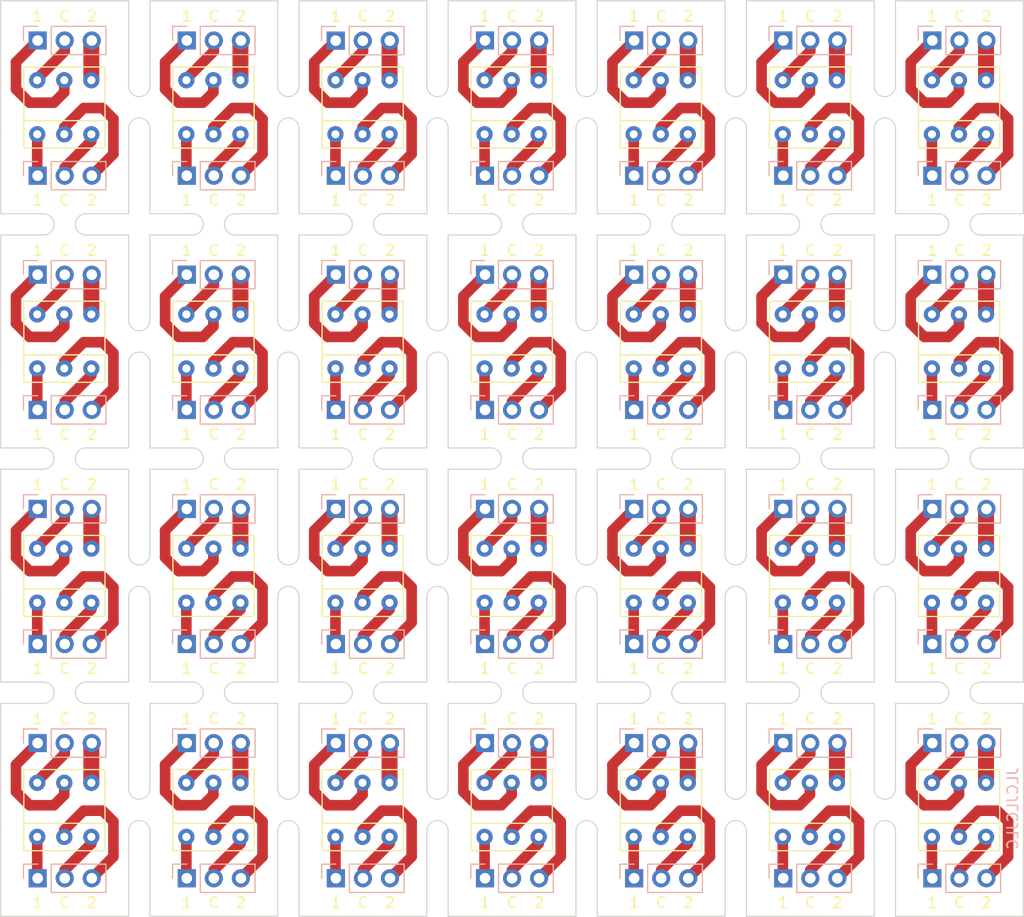
<source format=kicad_pcb>
(kicad_pcb (version 20211014) (generator pcbnew)
  (layers (0 "F.Cu" signal) (31 "B.Cu" signal) (34 "B.Paste" user) (35 "F.Paste" user) (36 "B.SilkS" user "B.Silkscreen") (37 "F.SilkS" user "F.Silkscreen") (38 "B.Mask" user) (39 "F.Mask" user) (44 "Edge.Cuts" user))
  (net 0 "")
  (net 1 "Net-(J1-Pad1)")
  (net 2 "Net-(J1-Pad2)")
  (net 3 "Net-(J1-Pad3)")
  (net 4 "Net-(J2-Pad1)")
  (net 5 "Net-(J2-Pad2)")
  (net 6 "Net-(J2-Pad3)")
  (footprint "LIBRARY-8-bit-computer:mouse-bite-2mm-slot" (layer "F.Cu") (at 70 64 180)
    (fp_text reference "mouse-bite-2mm-slot" hide)
    (fp_text value "VAL**" hide)
    (fp_arc (start -2 -1) (mid -1 0) (end -2 1) (layer "Edge.Cuts") (width 0.1))
    (fp_arc (start 2 1) (mid 1 0) (end 2 -1) (layer "Edge.Cuts") (width 0.1))
  )
  (footprint "LIBRARY-8-bit-computer:mouse-bite-2mm-slot" (layer "F.Cu") (at 140 108 180)
    (fp_text reference "mouse-bite-2mm-slot" hide)
    (fp_text value "VAL**" hide)
    (fp_arc (start -2 -1) (mid -1 0) (end -2 1) (layer "Edge.Cuts") (width 0.1))
    (fp_arc (start 2 1) (mid 1 0) (end 2 -1) (layer "Edge.Cuts") (width 0.1))
  )
  (footprint "LIBRARY-8-bit-computer:DPDT-LatchingSwitch-THT" (layer "F.Cu") (at 154.34 47.439)
    (fp_text reference "SW1" hide)
    (fp_text value "SW_DPDT_x2" hide)
  )
  (footprint "LIBRARY-8-bit-computer:DPDT-LatchingSwitch-THT" (layer "F.Cu") (at 154.34 69.439)
    (fp_text reference "SW1" hide)
    (fp_text value "SW_DPDT_x2" hide)
  )
  (footprint "LIBRARY-8-bit-computer:mouse-bite-2mm-slot" (layer "F.Cu") (at 70 108 180)
    (fp_text reference "mouse-bite-2mm-slot" hide)
    (fp_text value "VAL**" hide)
    (fp_arc (start -2 -1) (mid -1 0) (end -2 1) (layer "Edge.Cuts") (width 0.1))
    (fp_arc (start 2 1) (mid 1 0) (end 2 -1) (layer "Edge.Cuts") (width 0.1))
  )
  (footprint "LIBRARY-8-bit-computer:DPDT-LatchingSwitch-THT" (layer "F.Cu") (at 70.34 69.439)
    (fp_text reference "SW1" hide)
    (fp_text value "SW_DPDT_x2" hide)
  )
  (footprint "LIBRARY-8-bit-computer:mouse-bite-2mm-slot" (layer "F.Cu") (at 98 108 180)
    (fp_text reference "mouse-bite-2mm-slot" hide)
    (fp_text value "VAL**" hide)
    (fp_arc (start -2 -1) (mid -1 0) (end -2 1) (layer "Edge.Cuts") (width 0.1))
    (fp_arc (start 2 1) (mid 1 0) (end 2 -1) (layer "Edge.Cuts") (width 0.1))
  )
  (footprint "LIBRARY-8-bit-computer:DPDT-LatchingSwitch-THT" (layer "F.Cu") (at 84.34 47.439)
    (fp_text reference "SW1" hide)
    (fp_text value "SW_DPDT_x2" hide)
  )
  (footprint "LIBRARY-8-bit-computer:mouse-bite-2mm-slot" (layer "F.Cu") (at 119 97 90)
    (fp_text reference "mouse-bite-2mm-slot" hide)
    (fp_text value "VAL**" hide)
    (fp_arc (start -2 -1) (mid -1 0) (end -2 1) (layer "Edge.Cuts") (width 0.1))
    (fp_arc (start 2 1) (mid 1 0) (end 2 -1) (layer "Edge.Cuts") (width 0.1))
  )
  (footprint "LIBRARY-8-bit-computer:mouse-bite-2mm-slot" (layer "F.Cu") (at 70 86 180)
    (fp_text reference "mouse-bite-2mm-slot" hide)
    (fp_text value "VAL**" hide)
    (fp_arc (start -2 -1) (mid -1 0) (end -2 1) (layer "Edge.Cuts") (width 0.1))
    (fp_arc (start 2 1) (mid 1 0) (end 2 -1) (layer "Edge.Cuts") (width 0.1))
  )
  (footprint "LIBRARY-8-bit-computer:DPDT-LatchingSwitch-THT" (layer "F.Cu") (at 112.34 113.439)
    (fp_text reference "SW1" hide)
    (fp_text value "SW_DPDT_x2" hide)
  )
  (footprint "LIBRARY-8-bit-computer:mouse-bite-2mm-slot" (layer "F.Cu") (at 77 97 90)
    (fp_text reference "mouse-bite-2mm-slot" hide)
    (fp_text value "VAL**" hide)
    (fp_arc (start 2 1) (mid 1 0) (end 2 -1) (layer "Edge.Cuts") (width 0.1))
    (fp_arc (start -2 -1) (mid -1 0) (end -2 1) (layer "Edge.Cuts") (width 0.1))
  )
  (footprint "LIBRARY-8-bit-computer:DPDT-LatchingSwitch-THT" (layer "F.Cu") (at 112.34 69.439)
    (fp_text reference "SW1" hide)
    (fp_text value "SW_DPDT_x2" hide)
  )
  (footprint "LIBRARY-8-bit-computer:mouse-bite-2mm-slot" (layer "F.Cu") (at 154 108 180)
    (fp_text reference "mouse-bite-2mm-slot" hide)
    (fp_text value "VAL**" hide)
    (fp_arc (start -2 -1) (mid -1 0) (end -2 1) (layer "Edge.Cuts") (width 0.1))
    (fp_arc (start 2 1) (mid 1 0) (end 2 -1) (layer "Edge.Cuts") (width 0.1))
  )
  (footprint "LIBRARY-8-bit-computer:DPDT-LatchingSwitch-THT" (layer "F.Cu") (at 154.34 113.439)
    (fp_text reference "SW1" hide)
    (fp_text value "SW_DPDT_x2" hide)
  )
  (footprint "LIBRARY-8-bit-computer:DPDT-LatchingSwitch-THT" (layer "F.Cu") (at 70.34 113.439)
    (fp_text reference "SW1" hide)
    (fp_text value "SW_DPDT_x2" hide)
  )
  (footprint "LIBRARY-8-bit-computer:DPDT-LatchingSwitch-THT" (layer "F.Cu") (at 140.34 113.439)
    (fp_text reference "SW1" hide)
    (fp_text value "SW_DPDT_x2" hide)
  )
  (footprint "LIBRARY-8-bit-computer:DPDT-LatchingSwitch-THT" (layer "F.Cu") (at 98.34 69.439)
    (fp_text reference "SW1" hide)
    (fp_text value "SW_DPDT_x2" hide)
  )
  (footprint "LIBRARY-8-bit-computer:DPDT-LatchingSwitch-THT" (layer "F.Cu") (at 98.34 47.439)
    (fp_text reference "SW1" hide)
    (fp_text value "SW_DPDT_x2" hide)
  )
  (footprint "LIBRARY-8-bit-computer:DPDT-LatchingSwitch-THT" (layer "F.Cu") (at 84.34 113.439)
    (fp_text reference "SW1" hide)
    (fp_text value "SW_DPDT_x2" hide)
  )
  (footprint "LIBRARY-8-bit-computer:mouse-bite-2mm-slot" (layer "F.Cu") (at 133 97 90)
    (fp_text reference "mouse-bite-2mm-slot" hide)
    (fp_text value "VAL**" hide)
    (fp_arc (start 2 1) (mid 1 0) (end 2 -1) (layer "Edge.Cuts") (width 0.1))
    (fp_arc (start -2 -1) (mid -1 0) (end -2 1) (layer "Edge.Cuts") (width 0.1))
  )
  (footprint "LIBRARY-8-bit-computer:DPDT-LatchingSwitch-THT" (layer "F.Cu") (at 70.34 47.439)
    (fp_text reference "SW1" hide)
    (fp_text value "SW_DPDT_x2" hide)
  )
  (footprint "LIBRARY-8-bit-computer:mouse-bite-2mm-slot" (layer "F.Cu") (at 105 75 90)
    (fp_text reference "mouse-bite-2mm-slot" hide)
    (fp_text value "VAL**" hide)
    (fp_arc (start -2 -1) (mid -1 0) (end -2 1) (layer "Edge.Cuts") (width 0.1))
    (fp_arc (start 2 1) (mid 1 0) (end 2 -1) (layer "Edge.Cuts") (width 0.1))
  )
  (footprint "LIBRARY-8-bit-computer:mouse-bite-2mm-slot" (layer "F.Cu") (at 140 64 180)
    (fp_text reference "mouse-bite-2mm-slot" hide)
    (fp_text value "VAL**" hide)
    (fp_arc (start -2 -1) (mid -1 0) (end -2 1) (layer "Edge.Cuts") (width 0.1))
    (fp_arc (start 2 1) (mid 1 0) (end 2 -1) (layer "Edge.Cuts") (width 0.1))
  )
  (footprint "LIBRARY-8-bit-computer:DPDT-LatchingSwitch-THT" (layer "F.Cu") (at 126.34 113.439)
    (fp_text reference "SW1" hide)
    (fp_text value "SW_DPDT_x2" hide)
  )
  (footprint "LIBRARY-8-bit-computer:mouse-bite-2mm-slot" (layer "F.Cu") (at 126 64 180)
    (fp_text reference "mouse-bite-2mm-slot" hide)
    (fp_text value "VAL**" hide)
    (fp_arc (start 2 1) (mid 1 0) (end 2 -1) (layer "Edge.Cuts") (width 0.1))
    (fp_arc (start -2 -1) (mid -1 0) (end -2 1) (layer "Edge.Cuts") (width 0.1))
  )
  (footprint "LIBRARY-8-bit-computer:DPDT-LatchingSwitch-THT" (layer "F.Cu") (at 140.34 47.439)
    (fp_text reference "SW1" hide)
    (fp_text value "SW_DPDT_x2" hide)
  )
  (footprint "LIBRARY-8-bit-computer:mouse-bite-2mm-slot" (layer "F.Cu") (at 147 75 90)
    (fp_text reference "mouse-bite-2mm-slot" hide)
    (fp_text value "VAL**" hide)
    (fp_arc (start 2 1) (mid 1 0) (end 2 -1) (layer "Edge.Cuts") (width 0.1))
    (fp_arc (start -2 -1) (mid -1 0) (end -2 1) (layer "Edge.Cuts") (width 0.1))
  )
  (footprint "LIBRARY-8-bit-computer:mouse-bite-2mm-slot" (layer "F.Cu") (at 140 86 180)
    (fp_text reference "mouse-bite-2mm-slot" hide)
    (fp_text value "VAL**" hide)
    (fp_arc (start 2 1) (mid 1 0) (end 2 -1) (layer "Edge.Cuts") (width 0.1))
    (fp_arc (start -2 -1) (mid -1 0) (end -2 1) (layer "Edge.Cuts") (width 0.1))
  )
  (footprint "LIBRARY-8-bit-computer:DPDT-LatchingSwitch-THT" (layer "F.Cu") (at 70.34 91.439)
    (fp_text reference "SW1" hide)
    (fp_text value "SW_DPDT_x2" hide)
  )
  (footprint "LIBRARY-8-bit-computer:mouse-bite-2mm-slot" (layer "F.Cu") (at 98 86 180)
    (fp_text reference "mouse-bite-2mm-slot" hide)
    (fp_text value "VAL**" hide)
    (fp_arc (start 2 1) (mid 1 0) (end 2 -1) (layer "Edge.Cuts") (width 0.1))
    (fp_arc (start -2 -1) (mid -1 0) (end -2 1) (layer "Edge.Cuts") (width 0.1))
  )
  (footprint "LIBRARY-8-bit-computer:mouse-bite-2mm-slot" (layer "F.Cu") (at 112 64 180)
    (fp_text reference "mouse-bite-2mm-slot" hide)
    (fp_text value "VAL**" hide)
    (fp_arc (start -2 -1) (mid -1 0) (end -2 1) (layer "Edge.Cuts") (width 0.1))
    (fp_arc (start 2 1) (mid 1 0) (end 2 -1) (layer "Edge.Cuts") (width 0.1))
  )
  (footprint "LIBRARY-8-bit-computer:DPDT-LatchingSwitch-THT" (layer "F.Cu") (at 84.34 69.439)
    (fp_text reference "SW1" hide)
    (fp_text value "SW_DPDT_x2" hide)
  )
  (footprint "LIBRARY-8-bit-computer:mouse-bite-2mm-slot" (layer "F.Cu") (at 154 64 180)
    (fp_text reference "mouse-bite-2mm-slot" hide)
    (fp_text value "VAL**" hide)
    (fp_arc (start -2 -1) (mid -1 0) (end -2 1) (layer "Edge.Cuts") (width 0.1))
    (fp_arc (start 2 1) (mid 1 0) (end 2 -1) (layer "Edge.Cuts") (width 0.1))
  )
  (footprint "LIBRARY-8-bit-computer:mouse-bite-2mm-slot" (layer "F.Cu") (at 119 53 90)
    (fp_text reference "mouse-bite-2mm-slot" hide)
    (fp_text value "VAL**" hide)
    (fp_arc (start 2 1) (mid 1 0) (end 2 -1) (layer "Edge.Cuts") (width 0.1))
    (fp_arc (start -2 -1) (mid -1 0) (end -2 1) (layer "Edge.Cuts") (width 0.1))
  )
  (footprint "LIBRARY-8-bit-computer:mouse-bite-2mm-slot" (layer "F.Cu") (at 77 53 90)
    (fp_text reference "mouse-bite-2mm-slot" hide)
    (fp_text value "VAL**" hide)
    (fp_arc (start -2 -1) (mid -1 0) (end -2 1) (layer "Edge.Cuts") (width 0.1))
    (fp_arc (start 2 1) (mid 1 0) (end 2 -1) (layer "Edge.Cuts") (width 0.1))
  )
  (footprint "LIBRARY-8-bit-computer:mouse-bite-2mm-slot" (layer "F.Cu") (at 154 86 180)
    (fp_text reference "mouse-bite-2mm-slot" hide)
    (fp_text value "VAL**" hide)
    (fp_arc (start 2 1) (mid 1 0) (end 2 -1) (layer "Edge.Cuts") (width 0.1))
    (fp_arc (start -2 -1) (mid -1 0) (end -2 1) (layer "Edge.Cuts") (width 0.1))
  )
  (footprint "LIBRARY-8-bit-computer:mouse-bite-2mm-slot" (layer "F.Cu") (at 133 119 90)
    (fp_text reference "mouse-bite-2mm-slot" hide)
    (fp_text value "VAL**" hide)
    (fp_arc (start -2 -1) (mid -1 0) (end -2 1) (layer "Edge.Cuts") (width 0.1))
    (fp_arc (start 2 1) (mid 1 0) (end 2 -1) (layer "Edge.Cuts") (width 0.1))
  )
  (footprint "LIBRARY-8-bit-computer:DPDT-LatchingSwitch-THT" (layer "F.Cu") (at 112.34 47.439)
    (fp_text reference "SW1" hide)
    (fp_text value "SW_DPDT_x2" hide)
  )
  (footprint "LIBRARY-8-bit-computer:mouse-bite-2mm-slot" (layer "F.Cu") (at 84 86 180)
    (fp_text reference "mouse-bite-2mm-slot" hide)
    (fp_text value "VAL**" hide)
    (fp_arc (start 2 1) (mid 1 0) (end 2 -1) (layer "Edge.Cuts") (width 0.1))
    (fp_arc (start -2 -1) (mid -1 0) (end -2 1) (layer "Edge.Cuts") (width 0.1))
  )
  (footprint "LIBRARY-8-bit-computer:DPDT-LatchingSwitch-THT" (layer "F.Cu") (at 126.34 69.439)
    (fp_text reference "SW1" hide)
    (fp_text value "SW_DPDT_x2" hide)
  )
  (footprint "LIBRARY-8-bit-computer:DPDT-LatchingSwitch-THT" (layer "F.Cu") (at 154.34 91.439)
    (fp_text reference "SW1" hide)
    (fp_text value "SW_DPDT_x2" hide)
  )
  (footprint "LIBRARY-8-bit-computer:mouse-bite-2mm-slot" (layer "F.Cu") (at 98 64 180)
    (fp_text reference "mouse-bite-2mm-slot" hide)
    (fp_text value "VAL**" hide)
    (fp_arc (start -2 -1) (mid -1 0) (end -2 1) (layer "Edge.Cuts") (width 0.1))
    (fp_arc (start 2 1) (mid 1 0) (end 2 -1) (layer "Edge.Cuts") (width 0.1))
  )
  (footprint "LIBRARY-8-bit-computer:mouse-bite-2mm-slot" (layer "F.Cu") (at 105 97 90)
    (fp_text reference "mouse-bite-2mm-slot" hide)
    (fp_text value "VAL**" hide)
    (fp_arc (start -2 -1) (mid -1 0) (end -2 1) (layer "Edge.Cuts") (width 0.1))
    (fp_arc (start 2 1) (mid 1 0) (end 2 -1) (layer "Edge.Cuts") (width 0.1))
  )
  (footprint "LIBRARY-8-bit-computer:mouse-bite-2mm-slot" (layer "F.Cu") (at 84 64 180)
    (fp_text reference "mouse-bite-2mm-slot" hide)
    (fp_text value "VAL**" hide)
    (fp_arc (start -2 -1) (mid -1 0) (end -2 1) (layer "Edge.Cuts") (width 0.1))
    (fp_arc (start 2 1) (mid 1 0) (end 2 -1) (layer "Edge.Cuts") (width 0.1))
  )
  (footprint "LIBRARY-8-bit-computer:DPDT-LatchingSwitch-THT" (layer "F.Cu") (at 140.34 91.439)
    (fp_text reference "SW1" hide)
    (fp_text value "SW_DPDT_x2" hide)
  )
  (footprint "LIBRARY-8-bit-computer:mouse-bite-2mm-slot" (layer "F.Cu") (at 91 97 90)
    (fp_text reference "mouse-bite-2mm-slot" hide)
    (fp_text value "VAL**" hide)
    (fp_arc (start 2 1) (mid 1 0) (end 2 -1) (layer "Edge.Cuts") (width 0.1))
    (fp_arc (start -2 -1) (mid -1 0) (end -2 1) (layer "Edge.Cuts") (width 0.1))
  )
  (footprint "LIBRARY-8-bit-computer:mouse-bite-2mm-slot" (layer "F.Cu") (at 77 119 90)
    (fp_text reference "mouse-bite-2mm-slot" hide)
    (fp_text value "VAL**" hide)
    (fp_arc (start -2 -1) (mid -1 0) (end -2 1) (layer "Edge.Cuts") (width 0.1))
    (fp_arc (start 2 1) (mid 1 0) (end 2 -1) (layer "Edge.Cuts") (width 0.1))
  )
  (footprint "LIBRARY-8-bit-computer:mouse-bite-2mm-slot" (layer "F.Cu") (at 84 108 180)
    (fp_text reference "mouse-bite-2mm-slot" hide)
    (fp_text value "VAL**" hide)
    (fp_arc (start 2 1) (mid 1 0) (end 2 -1) (layer "Edge.Cuts") (width 0.1))
    (fp_arc (start -2 -1) (mid -1 0) (end -2 1) (layer "Edge.Cuts") (width 0.1))
  )
  (footprint "LIBRARY-8-bit-computer:mouse-bite-2mm-slot" (layer "F.Cu") (at 105 53 90)
    (fp_text reference "mouse-bite-2mm-slot" hide)
    (fp_text value "VAL**" hide)
    (fp_arc (start 2 1) (mid 1 0) (end 2 -1) (layer "Edge.Cuts") (width 0.1))
    (fp_arc (start -2 -1) (mid -1 0) (end -2 1) (layer "Edge.Cuts") (width 0.1))
  )
  (footprint "LIBRARY-8-bit-computer:DPDT-LatchingSwitch-THT" (layer "F.Cu") (at 98.34 113.439)
    (fp_text reference "SW1" hide)
    (fp_text value "SW_DPDT_x2" hide)
  )
  (footprint "LIBRARY-8-bit-computer:mouse-bite-2mm-slot" (layer "F.Cu") (at 147 97 90)
    (fp_text reference "mouse-bite-2mm-slot" hide)
    (fp_text value "VAL**" hide)
    (fp_arc (start -2 -1) (mid -1 0) (end -2 1) (layer "Edge.Cuts") (width 0.1))
    (fp_arc (start 2 1) (mid 1 0) (end 2 -1) (layer "Edge.Cuts") (width 0.1))
  )
  (footprint "LIBRARY-8-bit-computer:mouse-bite-2mm-slot" (layer "F.Cu") (at 105 119 90)
    (fp_text reference "mouse-bite-2mm-slot" hide)
    (fp_text value "VAL**" hide)
    (fp_arc (start -2 -1) (mid -1 0) (end -2 1) (layer "Edge.Cuts") (width 0.1))
    (fp_arc (start 2 1) (mid 1 0) (end 2 -1) (layer "Edge.Cuts") (width 0.1))
  )
  (footprint "LIBRARY-8-bit-computer:mouse-bite-2mm-slot" (layer "F.Cu") (at 147 53 90)
    (fp_text reference "mouse-bite-2mm-slot" hide)
    (fp_text value "VAL**" hide)
    (fp_arc (start 2 1) (mid 1 0) (end 2 -1) (layer "Edge.Cuts") (width 0.1))
    (fp_arc (start -2 -1) (mid -1 0) (end -2 1) (layer "Edge.Cuts") (width 0.1))
  )
  (footprint "LIBRARY-8-bit-computer:mouse-bite-2mm-slot" (layer "F.Cu") (at 91 119 90)
    (fp_text reference "mouse-bite-2mm-slot" hide)
    (fp_text value "VAL**" hide)
    (fp_arc (start 2 1) (mid 1 0) (end 2 -1) (layer "Edge.Cuts") (width 0.1))
    (fp_arc (start -2 -1) (mid -1 0) (end -2 1) (layer "Edge.Cuts") (width 0.1))
  )
  (footprint "LIBRARY-8-bit-computer:mouse-bite-2mm-slot" (layer "F.Cu") (at 133 75 90)
    (fp_text reference "mouse-bite-2mm-slot" hide)
    (fp_text value "VAL**" hide)
    (fp_arc (start 2 1) (mid 1 0) (end 2 -1) (layer "Edge.Cuts") (width 0.1))
    (fp_arc (start -2 -1) (mid -1 0) (end -2 1) (layer "Edge.Cuts") (width 0.1))
  )
  (footprint "LIBRARY-8-bit-computer:DPDT-LatchingSwitch-THT" (layer "F.Cu") (at 98.34 91.439)
    (fp_text reference "SW1" hide)
    (fp_text value "SW_DPDT_x2" hide)
  )
  (footprint "LIBRARY-8-bit-computer:mouse-bite-2mm-slot" (layer "F.Cu") (at 77 75 90)
    (fp_text reference "mouse-bite-2mm-slot" hide)
    (fp_text value "VAL**" hide)
    (fp_arc (start -2 -1) (mid -1 0) (end -2 1) (layer "Edge.Cuts") (width 0.1))
    (fp_arc (start 2 1) (mid 1 0) (end 2 -1) (layer "Edge.Cuts") (width 0.1))
  )
  (footprint "LIBRARY-8-bit-computer:mouse-bite-2mm-slot" (layer "F.Cu") (at 133 53 90)
    (fp_text reference "mouse-bite-2mm-slot" hide)
    (fp_text value "VAL**" hide)
    (fp_arc (start 2 1) (mid 1 0) (end 2 -1) (layer "Edge.Cuts") (width 0.1))
    (fp_arc (start -2 -1) (mid -1 0) (end -2 1) (layer "Edge.Cuts") (width 0.1))
  )
  (footprint "LIBRARY-8-bit-computer:DPDT-LatchingSwitch-THT" (layer "F.Cu") (at 84.34 91.439)
    (fp_text reference "SW1" hide)
    (fp_text value "SW_DPDT_x2" hide)
  )
  (footprint "LIBRARY-8-bit-computer:DPDT-LatchingSwitch-THT" (layer "F.Cu") (at 126.34 47.439)
    (fp_text reference "SW1" hide)
    (fp_text value "SW_DPDT_x2" hide)
  )
  (footprint "LIBRARY-8-bit-computer:mouse-bite-2mm-slot" (layer "F.Cu") (at 126 86 180)
    (fp_text reference "mouse-bite-2mm-slot" hide)
    (fp_text value "VAL**" hide)
    (fp_arc (start -2 -1) (mid -1 0) (end -2 1) (layer "Edge.Cuts") (width 0.1))
    (fp_arc (start 2 1) (mid 1 0) (end 2 -1) (layer "Edge.Cuts") (width 0.1))
  )
  (footprint "LIBRARY-8-bit-computer:mouse-bite-2mm-slot" (layer "F.Cu") (at 126 108 180)
    (fp_text reference "mouse-bite-2mm-slot" hide)
    (fp_text value "VAL**" hide)
    (fp_arc (start 2 1) (mid 1 0) (end 2 -1) (layer "Edge.Cuts") (width 0.1))
    (fp_arc (start -2 -1) (mid -1 0) (end -2 1) (layer "Edge.Cuts") (width 0.1))
  )
  (footprint "LIBRARY-8-bit-computer:mouse-bite-2mm-slot" (layer "F.Cu") (at 119 75 90)
    (fp_text reference "mouse-bite-2mm-slot" hide)
    (fp_text value "VAL**" hide)
    (fp_arc (start 2 1) (mid 1 0) (end 2 -1) (layer "Edge.Cuts") (width 0.1))
    (fp_arc (start -2 -1) (mid -1 0) (end -2 1) (layer "Edge.Cuts") (width 0.1))
  )
  (footprint "LIBRARY-8-bit-computer:DPDT-LatchingSwitch-THT" (layer "F.Cu") (at 126.34 91.439)
    (fp_text reference "SW1" hide)
    (fp_text value "SW_DPDT_x2" hide)
  )
  (footprint "LIBRARY-8-bit-computer:mouse-bite-2mm-slot" (layer "F.Cu") (at 119 119 90)
    (fp_text reference "mouse-bite-2mm-slot" hide)
    (fp_text value "VAL**" hide)
    (fp_arc (start 2 1) (mid 1 0) (end 2 -1) (layer "Edge.Cuts") (width 0.1))
    (fp_arc (start -2 -1) (mid -1 0) (end -2 1) (layer "Edge.Cuts") (width 0.1))
  )
  (footprint "LIBRARY-8-bit-computer:mouse-bite-2mm-slot" (layer "F.Cu") (at 91 75 90)
    (fp_text reference "mouse-bite-2mm-slot" hide)
    (fp_text value "VAL**" hide)
    (fp_arc (start -2 -1) (mid -1 0) (end -2 1) (layer "Edge.Cuts") (width 0.1))
    (fp_arc (start 2 1) (mid 1 0) (end 2 -1) (layer "Edge.Cuts") (width 0.1))
  )
  (footprint "LIBRARY-8-bit-computer:mouse-bite-2mm-slot" (layer "F.Cu") (at 91 53 90)
    (fp_text reference "mouse-bite-2mm-slot" hide)
    (fp_text value "VAL**" hide)
    (fp_arc (start -2 -1) (mid -1 0) (end -2 1) (layer "Edge.Cuts") (width 0.1))
    (fp_arc (start 2 1) (mid 1 0) (end 2 -1) (layer "Edge.Cuts") (width 0.1))
  )
  (footprint "LIBRARY-8-bit-computer:DPDT-LatchingSwitch-THT" (layer "F.Cu") (at 140.34 69.439)
    (fp_text reference "SW1" hide)
    (fp_text value "SW_DPDT_x2" hide)
  )
  (footprint "LIBRARY-8-bit-computer:DPDT-LatchingSwitch-THT" (layer "F.Cu") (at 112.34 91.439)
    (fp_text reference "SW1" hide)
    (fp_text value "SW_DPDT_x2" hide)
  )
  (footprint "LIBRARY-8-bit-computer:mouse-bite-2mm-slot" (layer "F.Cu") (at 147 119 90)
    (fp_text reference "mouse-bite-2mm-slot" hide)
    (fp_text value "VAL**" hide)
    (fp_arc (start -2 -1) (mid -1 0) (end -2 1) (layer "Edge.Cuts") (width 0.1))
    (fp_arc (start 2 1) (mid 1 0) (end 2 -1) (layer "Edge.Cuts") (width 0.1))
  )
  (footprint "LIBRARY-8-bit-computer:mouse-bite-2mm-slot" (layer "F.Cu") (at 112 86 180)
    (fp_text reference "mouse-bite-2mm-slot" hide)
    (fp_text value "VAL**" hide)
    (fp_arc (start -2 -1) (mid -1 0) (end -2 1) (layer "Edge.Cuts") (width 0.1))
    (fp_arc (start 2 1) (mid 1 0) (end 2 -1) (layer "Edge.Cuts") (width 0.1))
  )
  (footprint "LIBRARY-8-bit-computer:mouse-bite-2mm-slot" (layer "F.Cu") (at 112 108 180)
    (fp_text reference "mouse-bite-2mm-slot" hide)
    (fp_text value "VAL**" hide)
    (fp_arc (start 2 1) (mid 1 0) (end 2 -1) (layer "Edge.Cuts") (width 0.1))
    (fp_arc (start -2 -1) (mid -1 0) (end -2 1) (layer "Edge.Cuts") (width 0.1))
  )
  (footprint "Connector_PinHeader_2.54mm:PinHeader_1x03_P2.54mm_Vertical" (layer "B.Cu") (at 137.46 59.428 -90)
    (fp_text reference "J2" hide)
    (fp_text value "Conn_01x03" hide)
  )
  (footprint "Connector_PinHeader_2.54mm:PinHeader_1x03_P2.54mm_Vertical" (layer "B.Cu") (at 137.46 112.728 -90)
    (fp_text reference "J1" hide)
    (fp_text value "Conn_01x03" hide)
  )
  (footprint "Connector_PinHeader_2.54mm:PinHeader_1x03_P2.54mm_Vertical" (layer "B.Cu") (at 151.46 103.428 -90)
    (fp_text reference "J2" hide)
    (fp_text value "Conn_01x03" hide)
  )
  (footprint "Connector_PinHeader_2.54mm:PinHeader_1x03_P2.54mm_Vertical" (layer "B.Cu") (at 137.46 90.728 -90)
    (fp_text reference "J1" hide)
    (fp_text value "Conn_01x03" hide)
  )
  (footprint "Connector_PinHeader_2.54mm:PinHeader_1x03_P2.54mm_Vertical" (layer "B.Cu") (at 95.46 112.728 -90)
    (fp_text reference "J1" hide)
    (fp_text value "Conn_01x03" hide)
  )
  (footprint "Connector_PinHeader_2.54mm:PinHeader_1x03_P2.54mm_Vertical" (layer "B.Cu") (at 67.46 81.428 -90)
    (fp_text reference "J2" hide)
    (fp_text value "Conn_01x03" hide)
  )
  (footprint "Connector_PinHeader_2.54mm:PinHeader_1x03_P2.54mm_Vertical" (layer "B.Cu") (at 137.46 68.728 -90)
    (fp_text reference "J1" hide)
    (fp_text value "Conn_01x03" hide)
  )
  (footprint "Connector_PinHeader_2.54mm:PinHeader_1x03_P2.54mm_Vertical" (layer "B.Cu") (at 109.46 90.728 -90)
    (fp_text reference "J1" hide)
    (fp_text value "Conn_01x03" hide)
  )
  (footprint "Connector_PinHeader_2.54mm:PinHeader_1x03_P2.54mm_Vertical" (layer "B.Cu") (at 109.46 125.428 -90)
    (fp_text reference "J2" hide)
    (fp_text value "Conn_01x03" hide)
  )
  (footprint "Connector_PinHeader_2.54mm:PinHeader_1x03_P2.54mm_Vertical" (layer "B.Cu") (at 151.46 81.428 -90)
    (fp_text reference "J2" hide)
    (fp_text value "Conn_01x03" hide)
  )
  (footprint "Connector_PinHeader_2.54mm:PinHeader_1x03_P2.54mm_Vertical" (layer "B.Cu") (at 95.46 103.428 -90)
    (fp_text reference "J2" hide)
    (fp_text value "Conn_01x03" hide)
  )
  (footprint "Connector_PinHeader_2.54mm:PinHeader_1x03_P2.54mm_Vertical" (layer "B.Cu") (at 67.46 46.728 -90)
    (fp_text reference "J1" hide)
    (fp_text value "Conn_01x03" hide)
  )
  (footprint "Connector_PinHeader_2.54mm:PinHeader_1x03_P2.54mm_Vertical" (layer "B.Cu") (at 123.46 81.428 -90)
    (fp_text reference "J2" hide)
    (fp_text value "Conn_01x03" hide)
  )
  (footprint "Connector_PinHeader_2.54mm:PinHeader_1x03_P2.54mm_Vertical" (layer "B.Cu") (at 67.46 68.728 -90)
    (fp_text reference "J1" hide)
    (fp_text value "Conn_01x03" hide)
  )
  (footprint "Connector_PinHeader_2.54mm:PinHeader_1x03_P2.54mm_Vertical" (layer "B.Cu") (at 137.46 46.728 -90)
    (fp_text reference "J1" hide)
    (fp_text value "Conn_01x03" hide)
  )
  (footprint "Connector_PinHeader_2.54mm:PinHeader_1x03_P2.54mm_Vertical" (layer "B.Cu") (at 81.46 90.728 -90)
    (fp_text reference "J1" hide)
    (fp_text value "Conn_01x03" hide)
  )
  (footprint "Connector_PinHeader_2.54mm:PinHeader_1x03_P2.54mm_Vertical" (layer "B.Cu") (at 151.46 68.728 -90)
    (fp_text reference "J1" hide)
    (fp_text value "Conn_01x03" hide)
  )
  (footprint "Connector_PinHeader_2.54mm:PinHeader_1x03_P2.54mm_Vertical" (layer "B.Cu") (at 123.46 59.428 -90)
    (fp_text reference "J2" hide)
    (fp_text value "Conn_01x03" hide)
  )
  (footprint "Connector_PinHeader_2.54mm:PinHeader_1x03_P2.54mm_Vertical" (layer "B.Cu") (at 109.46 81.428 -90)
    (fp_text reference "J2" hide)
    (fp_text value "Conn_01x03" hide)
  )
  (footprint "Connector_PinHeader_2.54mm:PinHeader_1x03_P2.54mm_Vertical" (layer "B.Cu") (at 95.46 68.728 -90)
    (fp_text reference "J1" hide)
    (fp_text value "Conn_01x03" hide)
  )
  (footprint "Connector_PinHeader_2.54mm:PinHeader_1x03_P2.54mm_Vertical" (layer "B.Cu") (at 67.46 90.728 -90)
    (fp_text reference "J1" hide)
    (fp_text value "Conn_01x03" hide)
  )
  (footprint "Connector_PinHeader_2.54mm:PinHeader_1x03_P2.54mm_Vertical" (layer "B.Cu") (at 67.46 59.428 -90)
    (fp_text reference "J2" hide)
    (fp_text value "Conn_01x03" hide)
  )
  (footprint "Connector_PinHeader_2.54mm:PinHeader_1x03_P2.54mm_Vertical" (layer "B.Cu") (at 95.445 46.743 -90)
    (fp_text reference "J1" hide)
    (fp_text value "Conn_01x03" hide)
  )
  (footprint "Connector_PinHeader_2.54mm:PinHeader_1x03_P2.54mm_Vertical" (layer "B.Cu") (at 151.46 59.428 -90)
    (fp_text reference "J2" hide)
    (fp_text value "Conn_01x03" hide)
  )
  (footprint "Connector_PinHeader_2.54mm:PinHeader_1x03_P2.54mm_Vertical" (layer "B.Cu") (at 109.46 68.728 -90)
    (fp_text reference "J1" hide)
    (fp_text value "Conn_01x03" hide)
  )
  (footprint "Connector_PinHeader_2.54mm:PinHeader_1x03_P2.54mm_Vertical" (layer "B.Cu") (at 95.46 90.728 -90)
    (fp_text reference "J1" hide)
    (fp_text value "Conn_01x03" hide)
  )
  (footprint "Connector_PinHeader_2.54mm:PinHeader_1x03_P2.54mm_Vertical" (layer "B.Cu") (at 109.46 59.428 -90)
    (fp_text reference "J2" hide)
    (fp_text value "Conn_01x03" hide)
  )
  (footprint "Connector_PinHeader_2.54mm:PinHeader_1x03_P2.54mm_Vertical" (layer "B.Cu") (at 151.46 112.728 -90)
    (fp_text reference "J1" hide)
    (fp_text value "Conn_01x03" hide)
  )
  (footprint "Connector_PinHeader_2.54mm:PinHeader_1x03_P2.54mm_Vertical" (layer "B.Cu") (at 123.46 68.728 -90)
    (fp_text reference "J1" hide)
    (fp_text value "Conn_01x03" hide)
  )
  (footprint "Connector_PinHeader_2.54mm:PinHeader_1x03_P2.54mm_Vertical" (layer "B.Cu") (at 123.46 103.428 -90)
    (fp_text reference "J2" hide)
    (fp_text value "Conn_01x03" hide)
  )
  (footprint "Connector_PinHeader_2.54mm:PinHeader_1x03_P2.54mm_Vertical" (layer "B.Cu") (at 137.46 81.428 -90)
    (fp_text reference "J2" hide)
    (fp_text value "Conn_01x03" hide)
  )
  (footprint "Connector_PinHeader_2.54mm:PinHeader_1x03_P2.54mm_Vertical" (layer "B.Cu") (at 81.46 59.428 -90)
    (fp_text reference "J2" hide)
    (fp_text value "Conn_01x03" hide)
  )
  (footprint "Connector_PinHeader_2.54mm:PinHeader_1x03_P2.54mm_Vertical" (layer "B.Cu") (at 123.46 46.728 -90)
    (fp_text reference "J1" hide)
    (fp_text value "Conn_01x03" hide)
  )
  (footprint "Connector_PinHeader_2.54mm:PinHeader_1x03_P2.54mm_Vertical" (layer "B.Cu") (at 95.46 59.428 -90)
    (fp_text reference "J2" hide)
    (fp_text value "Conn_01x03" hide)
  )
  (footprint "Connector_PinHeader_2.54mm:PinHeader_1x03_P2.54mm_Vertical" (layer "B.Cu") (at 151.46 90.728 -90)
    (fp_text reference "J1" hide)
    (fp_text value "Conn_01x03" hide)
  )
  (footprint "Connector_PinHeader_2.54mm:PinHeader_1x03_P2.54mm_Vertical" (layer "B.Cu") (at 67.46 103.428 -90)
    (fp_text reference "J2" hide)
    (fp_text value "Conn_01x03" hide)
  )
  (footprint "Connector_PinHeader_2.54mm:PinHeader_1x03_P2.54mm_Vertical" (layer "B.Cu") (at 123.46 90.728 -90)
    (fp_text reference "J1" hide)
    (fp_text value "Conn_01x03" hide)
  )
  (footprint "Connector_PinHeader_2.54mm:PinHeader_1x03_P2.54mm_Vertical" (layer "B.Cu") (at 137.46 103.428 -90)
    (fp_text reference "J2" hide)
    (fp_text value "Conn_01x03" hide)
  )
  (footprint "Connector_PinHeader_2.54mm:PinHeader_1x03_P2.54mm_Vertical" (layer "B.Cu") (at 123.46 112.728 -90)
    (fp_text reference "J1" hide)
    (fp_text value "Conn_01x03" hide)
  )
  (footprint "Connector_PinHeader_2.54mm:PinHeader_1x03_P2.54mm_Vertical" (layer "B.Cu") (at 81.46 68.728 -90)
    (fp_text reference "J1" hide)
    (fp_text value "Conn_01x03" hide)
  )
  (footprint "Connector_PinHeader_2.54mm:PinHeader_1x03_P2.54mm_Vertical" (layer "B.Cu") (at 109.46 46.728 -90)
    (fp_text reference "J1" hide)
    (fp_text value "Conn_01x03" hide)
  )
  (footprint "Connector_PinHeader_2.54mm:PinHeader_1x03_P2.54mm_Vertical" (layer "B.Cu") (at 151.46 125.428 -90)
    (fp_text reference "J2" hide)
    (fp_text value "Conn_01x03" hide)
  )
  (footprint "Connector_PinHeader_2.54mm:PinHeader_1x03_P2.54mm_Vertical" (layer "B.Cu") (at 137.46 125.428 -90)
    (fp_text reference "J2" hide)
    (fp_text value "Conn_01x03" hide)
  )
  (footprint "Connector_PinHeader_2.54mm:PinHeader_1x03_P2.54mm_Vertical" (layer "B.Cu") (at 67.46 112.728 -90)
    (fp_text reference "J1" hide)
    (fp_text value "Conn_01x03" hide)
  )
  (footprint "Connector_PinHeader_2.54mm:PinHeader_1x03_P2.54mm_Vertical" (layer "B.Cu") (at 95.46 81.428 -90)
    (fp_text reference "J2" hide)
    (fp_text value "Conn_01x03" hide)
  )
  (footprint "Connector_PinHeader_2.54mm:PinHeader_1x03_P2.54mm_Vertical" (layer "B.Cu") (at 123.46 125.428 -90)
    (fp_text reference "J2" hide)
    (fp_text value "Conn_01x03" hide)
  )
  (footprint "Connector_PinHeader_2.54mm:PinHeader_1x03_P2.54mm_Vertical" (layer "B.Cu") (at 151.46 46.728 -90)
    (fp_text reference "J1" hide)
    (fp_text value "Conn_01x03" hide)
  )
  (footprint "Connector_PinHeader_2.54mm:PinHeader_1x03_P2.54mm_Vertical" (layer "B.Cu") (at 81.46 81.428 -90)
    (fp_text reference "J2" hide)
    (fp_text value "Conn_01x03" hide)
  )
  (footprint "Connector_PinHeader_2.54mm:PinHeader_1x03_P2.54mm_Vertical" (layer "B.Cu") (at 109.46 112.728 -90)
    (fp_text reference "J1" hide)
    (fp_text value "Conn_01x03" hide)
  )
  (footprint "Connector_PinHeader_2.54mm:PinHeader_1x03_P2.54mm_Vertical" (layer "B.Cu") (at 67.46 125.428 -90)
    (fp_text reference "J2" hide)
    (fp_text value "Conn_01x03" hide)
  )
  (footprint "Connector_PinHeader_2.54mm:PinHeader_1x03_P2.54mm_Vertical" (layer "B.Cu") (at 81.46 46.728 -90)
    (fp_text reference "J1" hide)
    (fp_text value "Conn_01x03" hide)
  )
  (footprint "Connector_PinHeader_2.54mm:PinHeader_1x03_P2.54mm_Vertical" (layer "B.Cu") (at 81.46 112.728 -90)
    (fp_text reference "J1" hide)
    (fp_text value "Conn_01x03" hide)
  )
  (footprint "Connector_PinHeader_2.54mm:PinHeader_1x03_P2.54mm_Vertical" (layer "B.Cu") (at 81.46 103.428 -90)
    (fp_text reference "J2" hide)
    (fp_text value "Conn_01x03" hide)
  )
  (footprint "Connector_PinHeader_2.54mm:PinHeader_1x03_P2.54mm_Vertical" (layer "B.Cu") (at 81.46 125.428 -90)
    (fp_text reference "J2" hide)
    (fp_text value "Conn_01x03" hide)
  )
  (footprint "Connector_PinHeader_2.54mm:PinHeader_1x03_P2.54mm_Vertical" (layer "B.Cu") (at 95.46 125.428 -90)
    (fp_text reference "J2" hide)
    (fp_text value "Conn_01x03" hide)
  )
  (footprint "Connector_PinHeader_2.54mm:PinHeader_1x03_P2.54mm_Vertical" (layer "B.Cu") (at 109.46 103.428 -90)
    (fp_text reference "J2" hide)
    (fp_text value "Conn_01x03" hide)
  )
  (gr_line (start 104 107) (end 104 99) (layer "Edge.Cuts") (width 0.1))
  (gr_line (start 148 55) (end 148 63) (layer "Edge.Cuts") (width 0.1))
  (gr_line (start 134 65) (end 134 73) (layer "Edge.Cuts") (width 0.1))
  (gr_line (start 118 85) (end 118 77) (layer "Edge.Cuts") (width 0.1))
  (gr_line (start 110 43) (end 114 43) (layer "Edge.Cuts") (width 0.1))
  (gr_line (start 156 129) (end 152 129) (layer "Edge.Cuts") (width 0.1))
  (gr_line (start 76 129) (end 76 121) (layer "Edge.Cuts") (width 0.1))
  (gr_line (start 148 109) (end 148 117) (layer "Edge.Cuts") (width 0.1))
  (gr_line (start 96 65) (end 92 65) (layer "Edge.Cuts") (width 0.1))
  (gr_line (start 138 43) (end 134 43) (layer "Edge.Cuts") (width 0.1))
  (gr_line (start 138 87) (end 134 87) (layer "Edge.Cuts") (width 0.1))
  (gr_line (start 76 107) (end 76 99) (layer "Edge.Cuts") (width 0.1))
  (gr_line (start 90 65) (end 86 65) (layer "Edge.Cuts") (width 0.1))
  (gr_line (start 64 121) (end 64 129) (layer "Edge.Cuts") (width 0.1))
  (gr_line (start 90 129) (end 90 121) (layer "Edge.Cuts") (width 0.1))
  (gr_line (start 152 109) (end 148 109) (layer "Edge.Cuts") (width 0.1))
  (gr_line (start 118 63) (end 118 55) (layer "Edge.Cuts") (width 0.1))
  (gr_line (start 76 117) (end 76 109) (layer "Edge.Cuts") (width 0.1))
  (gr_line (start 118 107) (end 118 99) (layer "Edge.Cuts") (width 0.1))
  (gr_line (start 64 117) (end 64 121) (layer "Edge.Cuts") (width 0.1))
  (gr_line (start 78 99) (end 78 107) (layer "Edge.Cuts") (width 0.1))
  (gr_line (start 78 77) (end 78 85) (layer "Edge.Cuts") (width 0.1))
  (gr_line (start 96 87) (end 92 87) (layer "Edge.Cuts") (width 0.1))
  (gr_line (start 78 109) (end 78 117) (layer "Edge.Cuts") (width 0.1))
  (gr_line (start 96 43) (end 100 43) (layer "Edge.Cuts") (width 0.1))
  (gr_line (start 78 129) (end 82 129) (layer "Edge.Cuts") (width 0.1))
  (gr_line (start 114 129) (end 118 129) (layer "Edge.Cuts") (width 0.1))
  (gr_line (start 82 87) (end 78 87) (layer "Edge.Cuts") (width 0.1))
  (gr_line (start 68 43) (end 72 43) (layer "Edge.Cuts") (width 0.1))
  (gr_line (start 146 85) (end 146 77) (layer "Edge.Cuts") (width 0.1))
  (gr_line (start 78 87) (end 78 95) (layer "Edge.Cuts") (width 0.1))
  (gr_line (start 134 99) (end 134 107) (layer "Edge.Cuts") (width 0.1))
  (gr_line (start 106 107) (end 110 107) (layer "Edge.Cuts") (width 0.1))
  (gr_line (start 160 73) (end 160 65) (layer "Edge.Cuts") (width 0.1))
  (gr_line (start 96 109) (end 92 109) (layer "Edge.Cuts") (width 0.1))
  (gr_line (start 104 109) (end 100 109) (layer "Edge.Cuts") (width 0.1))
  (gr_line (start 64 109) (end 64 117) (layer "Edge.Cuts") (width 0.1))
  (gr_line (start 160 51) (end 160 43) (layer "Edge.Cuts") (width 0.1))
  (gr_line (start 128 129) (end 132 129) (layer "Edge.Cuts") (width 0.1))
  (gr_line (start 148 87) (end 148 95) (layer "Edge.Cuts") (width 0.1))
  (gr_line (start 92 129) (end 96 129) (layer "Edge.Cuts") (width 0.1))
  (gr_line (start 132 43) (end 128 43) (layer "Edge.Cuts") (width 0.1))
  (gr_line (start 156 63) (end 160 63) (layer "Edge.Cuts") (width 0.1))
  (gr_line (start 104 95) (end 104 87) (layer "Edge.Cuts") (width 0.1))
  (gr_line (start 156 129) (end 160 129) (layer "Edge.Cuts") (width 0.1))
  (gr_line (start 148 77) (end 148 85) (layer "Edge.Cuts") (width 0.1))
  (gr_line (start 142 63) (end 146 63) (layer "Edge.Cuts") (width 0.1))
  (gr_line (start 134 77) (end 134 85) (layer "Edge.Cuts") (width 0.1))
  (gr_line (start 110 43) (end 106 43) (layer "Edge.Cuts") (width 0.1))
  (gr_line (start 146 117) (end 146 109) (layer "Edge.Cuts") (width 0.1))
  (gr_line (start 92 77) (end 92 85) (layer "Edge.Cuts") (width 0.1))
  (gr_line (start 92 109) (end 92 117) (layer "Edge.Cuts") (width 0.1))
  (gr_line (start 132 63) (end 132 55) (layer "Edge.Cuts") (width 0.1))
  (gr_line (start 64 77) (end 64 85) (layer "Edge.Cuts") (width 0.1))
  (gr_line (start 76 85) (end 76 77) (layer "Edge.Cuts") (width 0.1))
  (gr_line (start 90 73) (end 90 65) (layer "Edge.Cuts") (width 0.1))
  (gr_line (start 160 95) (end 160 87) (layer "Edge.Cuts") (width 0.1))
  (gr_line (start 64 107) (end 68 107) (layer "Edge.Cuts") (width 0.1))
  (gr_line (start 120 43) (end 120 51) (layer "Edge.Cuts") (width 0.1))
  (gr_line (start 106 85) (end 110 85) (layer "Edge.Cuts") (width 0.1))
  (gr_line (start 160 85) (end 160 77) (layer "Edge.Cuts") (width 0.1))
  (gr_line (start 92 43) (end 92 51) (layer "Edge.Cuts") (width 0.1))
  (gr_line (start 138 109) (end 134 109) (layer "Edge.Cuts") (width 0.1))
  (gr_line (start 76 73) (end 76 65) (layer "Edge.Cuts") (width 0.1))
  (gr_line (start 76 109) (end 72 109) (layer "Edge.Cuts") (width 0.1))
  (gr_line (start 160 87) (end 156 87) (layer "Edge.Cuts") (width 0.1))
  (gr_line (start 132 109) (end 128 109) (layer "Edge.Cuts") (width 0.1))
  (gr_line (start 90 117) (end 90 109) (layer "Edge.Cuts") (width 0.1))
  (gr_line (start 90 85) (end 90 77) (layer "Edge.Cuts") (width 0.1))
  (gr_line (start 148 43) (end 148 51) (layer "Edge.Cuts") (width 0.1))
  (gr_line (start 160 43) (end 156 43) (layer "Edge.Cuts") (width 0.1))
  (gr_line (start 76 43) (end 72 43) (layer "Edge.Cuts") (width 0.1))
  (gr_line (start 90 43) (end 86 43) (layer "Edge.Cuts") (width 0.1))
  (gr_line (start 100 107) (end 104 107) (layer "Edge.Cuts") (width 0.1))
  (gr_line (start 142 107) (end 146 107) (layer "Edge.Cuts") (width 0.1))
  (gr_line (start 106 65) (end 106 73) (layer "Edge.Cuts") (width 0.1))
  (gr_line (start 160 63) (end 160 55) (layer "Edge.Cuts") (width 0.1))
  (gr_line (start 90 109) (end 86 109) (layer "Edge.Cuts") (width 0.1))
  (gr_line (start 92 107) (end 96 107) (layer "Edge.Cuts") (width 0.1))
  (gr_line (start 128 63) (end 132 63) (layer "Edge.Cuts") (width 0.1))
  (gr_line (start 68 109) (end 64 109) (layer "Edge.Cuts") (width 0.1))
  (gr_line (start 134 129) (end 138 129) (layer "Edge.Cuts") (width 0.1))
  (gr_line (start 118 73) (end 118 65) (layer "Edge.Cuts") (width 0.1))
  (gr_line (start 72 107) (end 76 107) (layer "Edge.Cuts") (width 0.1))
  (gr_line (start 118 117) (end 118 109) (layer "Edge.Cuts") (width 0.1))
  (gr_line (start 120 85) (end 124 85) (layer "Edge.Cuts") (width 0.1))
  (gr_line (start 132 51) (end 132 43) (layer "Edge.Cuts") (width 0.1))
  (gr_line (start 78 85) (end 82 85) (layer "Edge.Cuts") (width 0.1))
  (gr_line (start 76 51) (end 76 43) (layer "Edge.Cuts") (width 0.1))
  (gr_line (start 156 85) (end 160 85) (layer "Edge.Cuts") (width 0.1))
  (gr_line (start 90 63) (end 90 55) (layer "Edge.Cuts") (width 0.1))
  (gr_line (start 134 63) (end 138 63) (layer "Edge.Cuts") (width 0.1))
  (gr_line (start 148 99) (end 148 107) (layer "Edge.Cuts") (width 0.1))
  (gr_line (start 104 117) (end 104 109) (layer "Edge.Cuts") (width 0.1))
  (gr_line (start 72 85) (end 76 85) (layer "Edge.Cuts") (width 0.1))
  (gr_line (start 64 63) (end 68 63) (layer "Edge.Cuts") (width 0.1))
  (gr_line (start 132 129) (end 132 121) (layer "Edge.Cuts") (width 0.1))
  (gr_line (start 152 87) (end 148 87) (layer "Edge.Cuts") (width 0.1))
  (gr_line (start 78 43) (end 78 51) (layer "Edge.Cuts") (width 0.1))
  (gr_line (start 64 95) (end 64 99) (layer "Edge.Cuts") (width 0.1))
  (gr_line (start 120 121) (end 120 129) (layer "Edge.Cuts") (width 0.1))
  (gr_line (start 106 55) (end 106 63) (layer "Edge.Cuts") (width 0.1))
  (gr_line (start 160 51) (end 160 55) (layer "Edge.Cuts") (width 0.1))
  (gr_line (start 76 87) (end 72 87) (layer "Edge.Cuts") (width 0.1))
  (gr_line (start 138 43) (end 142 43) (layer "Edge.Cuts") (width 0.1))
  (gr_line (start 110 109) (end 106 109) (layer "Edge.Cuts") (width 0.1))
  (gr_line (start 146 129) (end 146 121) (layer "Edge.Cuts") (width 0.1))
  (gr_line (start 128 107) (end 132 107) (layer "Edge.Cuts") (width 0.1))
  (gr_line (start 124 65) (end 120 65) (layer "Edge.Cuts") (width 0.1))
  (gr_line (start 118 43) (end 114 43) (layer "Edge.Cuts") (width 0.1))
  (gr_line (start 146 109) (end 142 109) (layer "Edge.Cuts") (width 0.1))
  (gr_line (start 124 43) (end 120 43) (layer "Edge.Cuts") (width 0.1))
  (gr_line (start 146 95) (end 146 87) (layer "Edge.Cuts") (width 0.1))
  (gr_line (start 96 43) (end 92 43) (layer "Edge.Cuts") (width 0.1))
  (gr_line (start 82 65) (end 78 65) (layer "Edge.Cuts") (width 0.1))
  (gr_line (start 160 65) (end 156 65) (layer "Edge.Cuts") (width 0.1))
  (gr_line (start 104 65) (end 100 65) (layer "Edge.Cuts") (width 0.1))
  (gr_line (start 78 65) (end 78 73) (layer "Edge.Cuts") (width 0.1))
  (gr_line (start 100 129) (end 96 129) (layer "Edge.Cuts") (width 0.1))
  (gr_line (start 106 121) (end 106 129) (layer "Edge.Cuts") (width 0.1))
  (gr_line (start 118 129) (end 118 121) (layer "Edge.Cuts") (width 0.1))
  (gr_line (start 152 43) (end 148 43) (layer "Edge.Cuts") (width 0.1))
  (gr_line (start 120 55) (end 120 63) (layer "Edge.Cuts") (width 0.1))
  (gr_line (start 90 95) (end 90 87) (layer "Edge.Cuts") (width 0.1))
  (gr_line (start 104 73) (end 104 65) (layer "Edge.Cuts") (width 0.1))
  (gr_line (start 68 65) (end 64 65) (layer "Edge.Cuts") (width 0.1))
  (gr_line (start 124 109) (end 120 109) (layer "Edge.Cuts") (width 0.1))
  (gr_line (start 92 121) (end 92 129) (layer "Edge.Cuts") (width 0.1))
  (gr_line (start 106 87) (end 106 95) (layer "Edge.Cuts") (width 0.1))
  (gr_line (start 64 55) (end 64 51) (layer "Edge.Cuts") (width 0.1))
  (gr_line (start 146 51) (end 146 43) (layer "Edge.Cuts") (width 0.1))
  (gr_line (start 76 63) (end 76 55) (layer "Edge.Cuts") (width 0.1))
  (gr_line (start 106 63) (end 110 63) (layer "Edge.Cuts") (width 0.1))
  (gr_line (start 146 87) (end 142 87) (layer "Edge.Cuts") (width 0.1))
  (gr_line (start 148 85) (end 152 85) (layer "Edge.Cuts") (width 0.1))
  (gr_line (start 114 107) (end 118 107) (layer "Edge.Cuts") (width 0.1))
  (gr_line (start 146 63) (end 146 55) (layer "Edge.Cuts") (width 0.1))
  (gr_line (start 134 121) (end 134 129) (layer "Edge.Cuts") (width 0.1))
  (gr_line (start 146 43) (end 142 43) (layer "Edge.Cuts") (width 0.1))
  (gr_line (start 120 65) (end 120 73) (layer "Edge.Cuts") (width 0.1))
  (gr_line (start 90 87) (end 86 87) (layer "Edge.Cuts") (width 0.1))
  (gr_line (start 76 95) (end 76 87) (layer "Edge.Cuts") (width 0.1))
  (gr_line (start 120 107) (end 124 107) (layer "Edge.Cuts") (width 0.1))
  (gr_line (start 78 107) (end 82 107) (layer "Edge.Cuts") (width 0.1))
  (gr_line (start 86 107) (end 90 107) (layer "Edge.Cuts") (width 0.1))
  (gr_line (start 90 107) (end 90 99) (layer "Edge.Cuts") (width 0.1))
  (gr_line (start 78 63) (end 82 63) (layer "Edge.Cuts") (width 0.1))
  (gr_line (start 72 129) (end 76 129) (layer "Edge.Cuts") (width 0.1))
  (gr_line (start 110 65) (end 106 65) (layer "Edge.Cuts") (width 0.1))
  (gr_line (start 86 85) (end 90 85) (layer "Edge.Cuts") (width 0.1))
  (gr_line (start 152 43) (end 156 43) (layer "Edge.Cuts") (width 0.1))
  (gr_line (start 106 43) (end 106 51) (layer "Edge.Cuts") (width 0.1))
  (gr_line (start 148 129) (end 152 129) (layer "Edge.Cuts") (width 0.1))
  (gr_line (start 114 85) (end 118 85) (layer "Edge.Cuts") (width 0.1))
  (gr_line (start 92 55) (end 92 63) (layer "Edge.Cuts") (width 0.1))
  (gr_line (start 132 107) (end 132 99) (layer "Edge.Cuts") (width 0.1))
  (gr_line (start 106 99) (end 106 107) (layer "Edge.Cuts") (width 0.1))
  (gr_line (start 100 85) (end 104 85) (layer "Edge.Cuts") (width 0.1))
  (gr_line (start 72 63) (end 76 63) (layer "Edge.Cuts") (width 0.1))
  (gr_line (start 64 85) (end 68 85) (layer "Edge.Cuts") (width 0.1))
  (gr_line (start 160 95) (end 160 99) (layer "Edge.Cuts") (width 0.1))
  (gr_line (start 134 55) (end 134 63) (layer "Edge.Cuts") (width 0.1))
  (gr_line (start 82 43) (end 86 43) (layer "Edge.Cuts") (width 0.1))
  (gr_line (start 90 51) (end 90 43) (layer "Edge.Cuts") (width 0.1))
  (gr_line (start 132 117) (end 132 109) (layer "Edge.Cuts") (width 0.1))
  (gr_line (start 124 87) (end 120 87) (layer "Edge.Cuts") (width 0.1))
  (gr_line (start 160 117) (end 160 109) (layer "Edge.Cuts") (width 0.1))
  (gr_line (start 64 55) (end 64 63) (layer "Edge.Cuts") (width 0.1))
  (gr_line (start 92 65) (end 92 73) (layer "Edge.Cuts") (width 0.1))
  (gr_line (start 120 129) (end 124 129) (layer "Edge.Cuts") (width 0.1))
  (gr_line (start 78 55) (end 78 63) (layer "Edge.Cuts") (width 0.1))
  (gr_line (start 92 85) (end 96 85) (layer "Edge.Cuts") (width 0.1))
  (gr_line (start 114 63) (end 118 63) (layer "Edge.Cuts") (width 0.1))
  (gr_line (start 106 129) (end 110 129) (layer "Edge.Cuts") (width 0.1))
  (gr_line (start 160 129) (end 160 121) (layer "Edge.Cuts") (width 0.1))
  (gr_line (start 100 63) (end 104 63) (layer "Edge.Cuts") (width 0.1))
  (gr_line (start 148 121) (end 148 129) (layer "Edge.Cuts") (width 0.1))
  (gr_line (start 134 109) (end 134 117) (layer "Edge.Cuts") (width 0.1))
  (gr_line (start 118 51) (end 118 43) (layer "Edge.Cuts") (width 0.1))
  (gr_line (start 82 43) (end 78 43) (layer "Edge.Cuts") (width 0.1))
  (gr_line (start 120 99) (end 120 107) (layer "Edge.Cuts") (width 0.1))
  (gr_line (start 104 85) (end 104 77) (layer "Edge.Cuts") (width 0.1))
  (gr_line (start 120 77) (end 120 85) (layer "Edge.Cuts") (width 0.1))
  (gr_line (start 64 65) (end 64 73) (layer "Edge.Cuts") (width 0.1))
  (gr_line (start 64 99) (end 64 107) (layer "Edge.Cuts") (width 0.1))
  (gr_line (start 142 129) (end 138 129) (layer "Edge.Cuts") (width 0.1))
  (gr_line (start 128 129) (end 124 129) (layer "Edge.Cuts") (width 0.1))
  (gr_line (start 120 63) (end 124 63) (layer "Edge.Cuts") (width 0.1))
  (gr_line (start 68 87) (end 64 87) (layer "Edge.Cuts") (width 0.1))
  (gr_line (start 64 129) (end 68 129) (layer "Edge.Cuts") (width 0.1))
  (gr_line (start 148 63) (end 152 63) (layer "Edge.Cuts") (width 0.1))
  (gr_line (start 86 129) (end 82 129) (layer "Edge.Cuts") (width 0.1))
  (gr_line (start 134 107) (end 138 107) (layer "Edge.Cuts") (width 0.1))
  (gr_line (start 134 87) (end 134 95) (layer "Edge.Cuts") (width 0.1))
  (gr_line (start 86 129) (end 90 129) (layer "Edge.Cuts") (width 0.1))
  (gr_line (start 132 87) (end 128 87) (layer "Edge.Cuts") (width 0.1))
  (gr_line (start 100 129) (end 104 129) (layer "Edge.Cuts") (width 0.1))
  (gr_line (start 104 129) (end 104 121) (layer "Edge.Cuts") (width 0.1))
  (gr_line (start 148 65) (end 148 73) (layer "Edge.Cuts") (width 0.1))
  (gr_line (start 72 129) (end 68 129) (layer "Edge.Cuts") (width 0.1))
  (gr_line (start 128 85) (end 132 85) (layer "Edge.Cuts") (width 0.1))
  (gr_line (start 142 85) (end 146 85) (layer "Edge.Cuts") (width 0.1))
  (gr_line (start 132 95) (end 132 87) (layer "Edge.Cuts") (width 0.1))
  (gr_line (start 106 109) (end 106 117) (layer "Edge.Cuts") (width 0.1))
  (gr_line (start 132 73) (end 132 65) (layer "Edge.Cuts") (width 0.1))
  (gr_line (start 118 87) (end 114 87) (layer "Edge.Cuts") (width 0.1))
  (gr_line (start 64 77) (end 64 73) (layer "Edge.Cuts") (width 0.1))
  (gr_line (start 160 73) (end 160 77) (layer "Edge.Cuts") (width 0.1))
  (gr_line (start 152 65) (end 148 65) (layer "Edge.Cuts") (width 0.1))
  (gr_line (start 92 63) (end 96 63) (layer "Edge.Cuts") (width 0.1))
  (gr_line (start 82 109) (end 78 109) (layer "Edge.Cuts") (width 0.1))
  (gr_line (start 124 43) (end 128 43) (layer "Edge.Cuts") (width 0.1))
  (gr_line (start 86 63) (end 90 63) (layer "Edge.Cuts") (width 0.1))
  (gr_line (start 104 43) (end 100 43) (layer "Edge.Cuts") (width 0.1))
  (gr_line (start 64 43) (end 64 51) (layer "Edge.Cuts") (width 0.1))
  (gr_line (start 120 109) (end 120 117) (layer "Edge.Cuts") (width 0.1))
  (gr_line (start 78 121) (end 78 129) (layer "Edge.Cuts") (width 0.1))
  (gr_line (start 146 107) (end 146 99) (layer "Edge.Cuts") (width 0.1))
  (gr_line (start 104 51) (end 104 43) (layer "Edge.Cuts") (width 0.1))
  (gr_line (start 64 87) (end 64 95) (layer "Edge.Cuts") (width 0.1))
  (gr_line (start 156 107) (end 160 107) (layer "Edge.Cuts") (width 0.1))
  (gr_line (start 76 65) (end 72 65) (layer "Edge.Cuts") (width 0.1))
  (gr_line (start 118 95) (end 118 87) (layer "Edge.Cuts") (width 0.1))
  (gr_line (start 92 87) (end 92 95) (layer "Edge.Cuts") (width 0.1))
  (gr_line (start 160 109) (end 156 109) (layer "Edge.Cuts") (width 0.1))
  (gr_line (start 106 77) (end 106 85) (layer "Edge.Cuts") (width 0.1))
  (gr_line (start 134 43) (end 134 51) (layer "Edge.Cuts") (width 0.1))
  (gr_line (start 146 65) (end 142 65) (layer "Edge.Cuts") (width 0.1))
  (gr_line (start 142 129) (end 146 129) (layer "Edge.Cuts") (width 0.1))
  (gr_line (start 134 85) (end 138 85) (layer "Edge.Cuts") (width 0.1))
  (gr_line (start 160 117) (end 160 121) (layer "Edge.Cuts") (width 0.1))
  (gr_line (start 120 87) (end 120 95) (layer "Edge.Cuts") (width 0.1))
  (gr_line (start 132 65) (end 128 65) (layer "Edge.Cuts") (width 0.1))
  (gr_line (start 114 129) (end 110 129) (layer "Edge.Cuts") (width 0.1))
  (gr_line (start 104 63) (end 104 55) (layer "Edge.Cuts") (width 0.1))
  (gr_line (start 104 87) (end 100 87) (layer "Edge.Cuts") (width 0.1))
  (gr_line (start 138 65) (end 134 65) (layer "Edge.Cuts") (width 0.1))
  (gr_line (start 118 109) (end 114 109) (layer "Edge.Cuts") (width 0.1))
  (gr_line (start 118 65) (end 114 65) (layer "Edge.Cuts") (width 0.1))
  (gr_line (start 160 107) (end 160 99) (layer "Edge.Cuts") (width 0.1))
  (gr_line (start 68 43) (end 64 43) (layer "Edge.Cuts") (width 0.1))
  (gr_line (start 148 107) (end 152 107) (layer "Edge.Cuts") (width 0.1))
  (gr_line (start 92 99) (end 92 107) (layer "Edge.Cuts") (width 0.1))
  (gr_line (start 110 87) (end 106 87) (layer "Edge.Cuts") (width 0.1))
  (gr_line (start 146 73) (end 146 65) (layer "Edge.Cuts") (width 0.1))
  (gr_line (start 132 85) (end 132 77) (layer "Edge.Cuts") (width 0.1))
  (gr_text "JLCJLCJLC\n" (at 159.004 118.872 90) (layer "B.SilkS") (effects (font (size 1 1)) (justify mirror)))
  (gr_text "1" (at 81.46 127.714) (layer "F.SilkS") (effects (font (size 1 1))))
  (gr_text "1" (at 137.46 44.442) (layer "F.SilkS") (effects (font (size 1 1))))
  (gr_text "1" (at 137.46 88.442) (layer "F.SilkS") (effects (font (size 1 1))))
  (gr_text "C" (at 140 88.442) (layer "F.SilkS") (effects (font (size 1 1))))
  (gr_text "2" (at 100.54 110.442) (layer "F.SilkS") (effects (font (size 1 1))))
  (gr_text "C" (at 112 61.714) (layer "F.SilkS") (effects (font (size 1 1))))
  (gr_text "C" (at 70 110.442) (layer "F.SilkS") (effects (font (size 1 1))))
  (gr_text "1" (at 81.46 61.714) (layer "F.SilkS") (effects (font (size 1 1))))
  (gr_text "C" (at 112 110.442) (layer "F.SilkS") (effects (font (size 1 1))))
  (gr_text "C" (at 140 83.714) (layer "F.SilkS") (effects (font (size 1 1))))
  (gr_text "1" (at 67.46 105.714) (layer "F.SilkS") (effects (font (size 1 1))))
  (gr_text "2" (at 156.54 66.442) (layer "F.SilkS") (effects (font (size 1 1))))
  (gr_text "1" (at 151.46 105.714) (layer "F.SilkS") (effects (font (size 1 1))))
  (gr_text "C" (at 126 105.714) (layer "F.SilkS") (effects (font (size 1 1))))
  (gr_text "2" (at 72.54 66.442) (layer "F.SilkS") (effects (font (size 1 1))))
  (gr_text "2" (at 114.54 61.714) (layer "F.SilkS") (effects (font (size 1 1))))
  (gr_text "2" (at 72.54 44.442) (layer "F.SilkS") (effects (font (size 1 1))))
  (gr_text "C" (at 126 61.714) (layer "F.SilkS") (effects (font (size 1 1))))
  (gr_text "1" (at 67.46 88.442) (layer "F.SilkS") (effects (font (size 1 1))))
  (gr_text "1" (at 123.46 61.714) (layer "F.SilkS") (effects (font (size 1 1))))
  (gr_text "1" (at 81.46 66.442) (layer "F.SilkS") (effects (font (size 1 1))))
  (gr_text "C" (at 84 110.442) (layer "F.SilkS") (effects (font (size 1 1))))
  (gr_text "C" (at 126 66.442) (layer "F.SilkS") (effects (font (size 1 1))))
  (gr_text "1" (at 151.46 61.714) (layer "F.SilkS") (effects (font (size 1 1))))
  (gr_text "2" (at 156.54 88.442) (layer "F.SilkS") (effects (font (size 1 1))))
  (gr_text "2" (at 114.54 83.714) (layer "F.SilkS") (effects (font (size 1 1))))
  (gr_text "2" (at 128.54 44.442) (layer "F.SilkS") (effects (font (size 1 1))))
  (gr_text "1" (at 151.46 88.442) (layer "F.SilkS") (effects (font (size 1 1))))
  (gr_text "1" (at 81.46 83.714) (layer "F.SilkS") (effects (font (size 1 1))))
  (gr_text "2" (at 72.54 110.442) (layer "F.SilkS") (effects (font (size 1 1))))
  (gr_text "1" (at 95.46 44.442) (layer "F.SilkS") (effects (font (size 1 1))))
  (gr_text "1" (at 123.46 83.714) (layer "F.SilkS") (effects (font (size 1 1))))
  (gr_text "2" (at 86.54 61.714) (layer "F.SilkS") (effects (font (size 1 1))))
  (gr_text "2" (at 128.54 110.442) (layer "F.SilkS") (effects (font (size 1 1))))
  (gr_text "1" (at 81.46 105.714) (layer "F.SilkS") (effects (font (size 1 1))))
  (gr_text "C" (at 140 66.442) (layer "F.SilkS") (effects (font (size 1 1))))
  (gr_text "1" (at 123.46 44.442) (layer "F.SilkS") (effects (font (size 1 1))))
  (gr_text "C" (at 154 44.442) (layer "F.SilkS") (effects (font (size 1 1))))
  (gr_text "C" (at 112 105.714) (layer "F.SilkS") (effects (font (size 1 1))))
  (gr_text "C" (at 140 127.714) (layer "F.SilkS") (effects (font (size 1 1))))
  (gr_text "2" (at 114.54 127.714) (layer "F.SilkS") (effects (font (size 1 1))))
  (gr_text "C" (at 84 127.714) (layer "F.SilkS") (effects (font (size 1 1))))
  (gr_text "2" (at 86.54 88.442) (layer "F.SilkS") (effects (font (size 1 1))))
  (gr_text "1" (at 109.46 105.714) (layer "F.SilkS") (effects (font (size 1 1))))
  (gr_text "2" (at 86.54 66.442) (layer "F.SilkS") (effects (font (size 1 1))))
  (gr_text "1" (at 81.46 88.442) (layer "F.SilkS") (effects (font (size 1 1))))
  (gr_text "1" (at 137.46 66.442) (layer "F.SilkS") (effects (font (size 1 1))))
  (gr_text "C" (at 112 66.442) (layer "F.SilkS") (effects (font (size 1 1))))
  (gr_text "1" (at 109.46 127.714) (layer "F.SilkS") (effects (font (size 1 1))))
  (gr_text "C" (at 126 110.442) (layer "F.SilkS") (effects (font (size 1 1))))
  (gr_text "1" (at 67.46 61.714) (layer "F.SilkS") (effects (font (size 1 1))))
  (gr_text "1" (at 123.46 88.442) (layer "F.SilkS") (effects (font (size 1 1))))
  (gr_text "1" (at 95.46 88.442) (layer "F.SilkS") (effects (font (size 1 1))))
  (gr_text "2" (at 100.54 105.714) (layer "F.SilkS") (effects (font (size 1 1))))
  (gr_text "1" (at 123.46 110.442) (layer "F.SilkS") (effects (font (size 1 1))))
  (gr_text "1" (at 95.46 110.442) (layer "F.SilkS") (effects (font (size 1 1))))
  (gr_text "2" (at 156.54 127.714) (layer "F.SilkS") (effects (font (size 1 1))))
  (gr_text "C" (at 70 66.442) (layer "F.SilkS") (effects (font (size 1 1))))
  (gr_text "1" (at 95.46 105.714) (layer "F.SilkS") (effects (font (size 1 1))))
  (gr_text "1" (at 151.46 83.714) (layer "F.SilkS") (effects (font (size 1 1))))
  (gr_text "C" (at 70 83.714) (layer "F.SilkS") (effects (font (size 1 1))))
  (gr_text "C" (at 154 105.714) (layer "F.SilkS") (effects (font (size 1 1))))
  (gr_text "2" (at 128.54 88.442) (layer "F.SilkS") (effects (font (size 1 1))))
  (gr_text "2" (at 128.54 127.714) (layer "F.SilkS") (effects (font (size 1 1))))
  (gr_text "C" (at 98 66.442) (layer "F.SilkS") (effects (font (size 1 1))))
  (gr_text "1" (at 123.46 66.442) (layer "F.SilkS") (effects (font (size 1 1))))
  (gr_text "C" (at 98 83.714) (layer "F.SilkS") (effects (font (size 1 1))))
  (gr_text "1" (at 151.46 110.442) (layer "F.SilkS") (effects (font (size 1 1))))
  (gr_text "1" (at 81.46 110.442) (layer "F.SilkS") (effects (font (size 1 1))))
  (gr_text "2" (at 72.54 88.442) (layer "F.SilkS") (effects (font (size 1 1))))
  (gr_text "2" (at 72.54 61.714) (layer "F.SilkS") (effects (font (size 1 1))))
  (gr_text "2" (at 86.54 127.714) (layer "F.SilkS") (effects (font (size 1 1))))
  (gr_text "C" (at 126 83.714) (layer "F.SilkS") (effects (font (size 1 1))))
  (gr_text "2" (at 86.54 105.714) (layer "F.SilkS") (effects (font (size 1 1))))
  (gr_text "1" (at 151.46 44.442) (layer "F.SilkS") (effects (font (size 1 1))))
  (gr_text "2" (at 156.54 83.714) (layer "F.SilkS") (effects (font (size 1 1))))
  (gr_text "2" (at 156.54 110.442) (layer "F.SilkS") (effects (font (size 1 1))))
  (gr_text "2" (at 156.54 44.442) (layer "F.SilkS") (effects (font (size 1 1))))
  (gr_text "2" (at 100.54 127.714) (layer "F.SilkS") (effects (font (size 1 1))))
  (gr_text "C" (at 98 61.714) (layer "F.SilkS") (effects (font (size 1 1))))
  (gr_text "C" (at 154 127.714) (layer "F.SilkS") (effects (font (size 1 1))))
  (gr_text "2" (at 142.54 66.442) (layer "F.SilkS") (effects (font (size 1 1))))
  (gr_text "2" (at 142.54 44.442) (layer "F.SilkS") (effects (font (size 1 1))))
  (gr_text "1" (at 137.46 83.714) (layer "F.SilkS") (effects (font (size 1 1))))
  (gr_text "2" (at 100.54 83.714) (layer "F.SilkS") (effects (font (size 1 1))))
  (gr_text "C" (at 98 88.442) (layer "F.SilkS") (effects (font (size 1 1))))
  (gr_text "2" (at 86.54 110.442) (layer "F.SilkS") (effects (font (size 1 1))))
  (gr_text "2" (at 156.54 61.714) (layer "F.SilkS") (effects (font (size 1 1))))
  (gr_text "C" (at 154 61.714) (layer "F.SilkS") (effects (font (size 1 1))))
  (gr_text "2" (at 72.54 105.714) (layer "F.SilkS") (effects (font (size 1 1))))
  (gr_text "C" (at 98 105.714) (layer "F.SilkS") (effects (font (size 1 1))))
  (gr_text "1" (at 109.46 66.442) (layer "F.SilkS") (effects (font (size 1 1))))
  (gr_text "1" (at 151.46 127.714) (layer "F.SilkS") (effects (font (size 1 1))))
  (gr_text "1" (at 137.46 127.714) (layer "F.SilkS") (effects (font (size 1 1))))
  (gr_text "C" (at 140 105.714) (layer "F.SilkS") (effects (font (size 1 1))))
  (gr_text "2" (at 114.54 88.442) (layer "F.SilkS") (effects (font (size 1 1))))
  (gr_text "2" (at 100.54 44.442) (layer "F.SilkS") (effects (font (size 1 1))))
  (gr_text "1" (at 109.46 83.714) (layer "F.SilkS") (effects (font (size 1 1))))
  (gr_text "C" (at 70 44.442) (layer "F.SilkS") (effects (font (size 1 1))))
  (gr_text "2" (at 86.54 83.714) (layer "F.SilkS") (effects (font (size 1 1))))
  (gr_text "2" (at 114.54 110.442) (layer "F.SilkS") (effects (font (size 1 1))))
  (gr_text "2" (at 114.54 105.714) (layer "F.SilkS") (effects (font (size 1 1))))
  (gr_text "C" (at 112 127.714) (layer "F.SilkS") (effects (font (size 1 1))))
  (gr_text "2" (at 142.54 83.714) (layer "F.SilkS") (effects (font (size 1 1))))
  (gr_text "1" (at 81.46 44.442) (layer "F.SilkS") (effects (font (size 1 1))))
  (gr_text "C" (at 98 44.442) (layer "F.SilkS") (effects (font (size 1 1))))
  (gr_text "C" (at 126 44.442) (layer "F.SilkS") (effects (font (size 1 1))))
  (gr_text "1" (at 109.46 110.442) (layer "F.SilkS") (effects (font (size 1 1))))
  (gr_text "1" (at 95.46 83.714) (layer "F.SilkS") (effects (font (size 1 1))))
  (gr_text "1" (at 109.46 44.442) (layer "F.SilkS") (effects (font (size 1 1))))
  (gr_text "1" (at 95.46 61.714) (layer "F.SilkS") (effects (font (size 1 1))))
  (gr_text "C" (at 112 44.442) (layer "F.SilkS") (effects (font (size 1 1))))
  (gr_text "C" (at 126 127.714) (layer "F.SilkS") (effects (font (size 1 1))))
  (gr_text "2" (at 142.54 110.442) (layer "F.SilkS") (effects (font (size 1 1))))
  (gr_text "2" (at 142.54 61.714) (layer "F.SilkS") (effects (font (size 1 1))))
  (gr_text "1" (at 67.46 127.714) (layer "F.SilkS") (effects (font (size 1 1))))
  (gr_text "2" (at 156.54 105.714) (layer "F.SilkS") (effects (font (size 1 1))))
  (gr_text "2" (at 86.54 44.442) (layer "F.SilkS") (effects (font (size 1 1))))
  (gr_text "C" (at 154 88.442) (layer "F.SilkS") (effects (font (size 1 1))))
  (gr_text "C" (at 84 66.442) (layer "F.SilkS") (effects (font (size 1 1))))
  (gr_text "C" (at 126 88.442) (layer "F.SilkS") (effects (font (size 1 1))))
  (gr_text "C" (at 84 61.714) (layer "F.SilkS") (effects (font (size 1 1))))
  (gr_text "C" (at 140 110.442) (layer "F.SilkS") (effects (font (size 1 1))))
  (gr_text "1" (at 67.46 66.442) (layer "F.SilkS") (effects (font (size 1 1))))
  (gr_text "2" (at 72.54 83.714) (layer "F.SilkS") (effects (font (size 1 1))))
  (gr_text "C" (at 154 83.714) (layer "F.SilkS") (effects (font (size 1 1))))
  (gr_text "1" (at 123.46 105.714) (layer "F.SilkS") (effects (font (size 1 1))))
  (gr_text "C" (at 70 105.714) (layer "F.SilkS") (effects (font (size 1 1))))
  (gr_text "C" (at 98 110.442) (layer "F.SilkS") (effects (font (size 1 1))))
  (gr_text "1" (at 95.46 127.714) (layer "F.SilkS") (effects (font (size 1 1))))
  (gr_text "2" (at 100.54 61.714) (layer "F.SilkS") (effects (font (size 1 1))))
  (gr_text "C" (at 70 61.714) (layer "F.SilkS") (effects (font (size 1 1))))
  (gr_text "2" (at 128.54 66.442) (layer "F.SilkS") (effects (font (size 1 1))))
  (gr_text "2" (at 128.54 61.714) (layer "F.SilkS") (effects (font (size 1 1))))
  (gr_text "2" (at 142.54 88.442) (layer "F.SilkS") (effects (font (size 1 1))))
  (gr_text "C" (at 154 110.442) (layer "F.SilkS") (effects (font (size 1 1))))
  (gr_text "C" (at 112 88.442) (layer "F.SilkS") (effects (font (size 1 1))))
  (gr_text "1" (at 109.46 61.714) (layer "F.SilkS") (effects (font (size 1 1))))
  (gr_text "2" (at 100.54 66.442) (layer "F.SilkS") (effects (font (size 1 1))))
  (gr_text "2" (at 142.54 127.714) (layer "F.SilkS") (effects (font (size 1 1))))
  (gr_text "1" (at 67.46 110.442) (layer "F.SilkS") (effects (font (size 1 1))))
  (gr_text "1" (at 137.46 110.442) (layer "F.SilkS") (effects (font (size 1 1))))
  (gr_text "C" (at 112 83.714) (layer "F.SilkS") (effects (font (size 1 1))))
  (gr_text "C" (at 84 44.442) (layer "F.SilkS") (effects (font (size 1 1))))
  (gr_text "1" (at 67.46 44.442) (layer "F.SilkS") (effects (font (size 1 1))))
  (gr_text "C" (at 84 88.442) (layer "F.SilkS") (effects (font (size 1 1))))
  (gr_text "2" (at 114.54 66.442) (layer "F.SilkS") (effects (font (size 1 1))))
  (gr_text "C" (at 70 88.442) (layer "F.SilkS") (effects (font (size 1 1))))
  (gr_text "C" (at 154 66.442) (layer "F.SilkS") (effects (font (size 1 1))))
  (gr_text "2" (at 72.54 127.714) (layer "F.SilkS") (effects (font (size 1 1))))
  (gr_text "C" (at 98 127.714) (layer "F.SilkS") (effects (font (size 1 1))))
  (gr_text "C" (at 70 127.714) (layer "F.SilkS") (effects (font (size 1 1))))
  (gr_text "1" (at 137.46 61.714) (layer "F.SilkS") (effects (font (size 1 1))))
  (gr_text "2" (at 142.54 105.714) (layer "F.SilkS") (effects (font (size 1 1))))
  (gr_text "C" (at 84 83.714) (layer "F.SilkS") (effects (font (size 1 1))))
  (gr_text "1" (at 123.46 127.714) (layer "F.SilkS") (effects (font (size 1 1))))
  (gr_text "1" (at 95.46 66.442) (layer "F.SilkS") (effects (font (size 1 1))))
  (gr_text "1" (at 109.46 88.442) (layer "F.SilkS") (effects (font (size 1 1))))
  (gr_text "2" (at 128.54 105.714) (layer "F.SilkS") (effects (font (size 1 1))))
  (gr_text "1" (at 67.46 83.714) (layer "F.SilkS") (effects (font (size 1 1))))
  (gr_text "C" (at 140 44.442) (layer "F.SilkS") (effects (font (size 1 1))))
  (gr_text "C" (at 140 61.714) (layer "F.SilkS") (effects (font (size 1 1))))
  (gr_text "2" (at 100.54 88.442) (layer "F.SilkS") (effects (font (size 1 1))))
  (gr_text "2" (at 128.54 83.714) (layer "F.SilkS") (effects (font (size 1 1))))
  (gr_text "1" (at 151.46 66.442) (layer "F.SilkS") (effects (font (size 1 1))))
  (gr_text "2" (at 114.54 44.442) (layer "F.SilkS") (effects (font (size 1 1))))
  (gr_text "C" (at 84 105.714) (layer "F.SilkS") (effects (font (size 1 1))))
  (gr_text "1" (at 137.46 105.714) (layer "F.SilkS") (effects (font (size 1 1))))
  (segment (start 95.46 46.728) (end 93.428 48.76) (width 1) (layer "F.Cu") (net 1))
  (segment (start 124.984 118.57) (end 125.96 117.594) (width 1) (layer "F.Cu") (net 1))
  (segment (start 109.46 112.728) (end 107.428 114.76) (width 1) (layer "F.Cu") (net 1))
  (segment (start 149.428 92.76) (end 149.428 95.3) (width 1) (layer "F.Cu") (net 1))
  (segment (start 136.698 74.57) (end 138.984 74.57) (width 1) (layer "F.Cu") (net 1))
  (segment (start 110.984 96.57) (end 111.96 95.594) (width 1) (layer "F.Cu") (net 1))
  (segment (start 79.428 92.76) (end 79.428 95.3) (width 1) (layer "F.Cu") (net 1))
  (segment (start 125.96 73.594) (end 125.96 72.459) (width 1) (layer "F.Cu") (net 1))
  (segment (start 121.428 117.3) (end 122.698 118.57) (width 1) (layer "F.Cu") (net 1))
  (segment (start 65.428 95.3) (end 66.698 96.57) (width 1) (layer "F.Cu") (net 1))
  (segment (start 149.428 95.3) (end 150.698 96.57) (width 1) (layer "F.Cu") (net 1))
  (segment (start 81.46 68.728) (end 79.428 70.76) (width 1) (layer "F.Cu") (net 1))
  (segment (start 97.96 117.594) (end 97.96 116.459) (width 1) (layer "F.Cu") (net 1))
  (segment (start 65.428 114.76) (end 65.428 117.3) (width 1) (layer "F.Cu") (net 1))
  (segment (start 109.46 68.728) (end 107.428 70.76) (width 1) (layer "F.Cu") (net 1))
  (segment (start 138.984 118.57) (end 139.96 117.594) (width 1) (layer "F.Cu") (net 1))
  (segment (start 150.698 74.57) (end 152.984 74.57) (width 1) (layer "F.Cu") (net 1))
  (segment (start 69.96 117.594) (end 69.96 116.459) (width 1) (layer "F.Cu") (net 1))
  (segment (start 108.698 52.57) (end 110.984 52.57) (width 1) (layer "F.Cu") (net 1))
  (segment (start 150.698 52.57) (end 152.984 52.57) (width 1) (layer "F.Cu") (net 1))
  (segment (start 136.698 96.57) (end 138.984 96.57) (width 1) (layer "F.Cu") (net 1))
  (segment (start 93.428 70.76) (end 93.428 73.3) (width 1) (layer "F.Cu") (net 1))
  (segment (start 107.428 73.3) (end 108.698 74.57) (width 1) (layer "F.Cu") (net 1))
  (segment (start 67.46 112.728) (end 65.428 114.76) (width 1) (layer "F.Cu") (net 1))
  (segment (start 135.428 114.76) (end 135.428 117.3) (width 1) (layer "F.Cu") (net 1))
  (segment (start 80.698 74.57) (end 82.984 74.57) (width 1) (layer "F.Cu") (net 1))
  (segment (start 97.96 51.594) (end 97.96 50.459) (width 1) (layer "F.Cu") (net 1))
  (segment (start 110.984 74.57) (end 111.96 73.594) (width 1) (layer "F.Cu") (net 1))
  (segment (start 137.46 68.728) (end 135.428 70.76) (width 1) (layer "F.Cu") (net 1))
  (segment (start 83.96 51.594) (end 83.96 50.459) (width 1) (layer "F.Cu") (net 1))
  (segment (start 109.46 46.728) (end 107.428 48.76) (width 1) (layer "F.Cu") (net 1))
  (segment (start 111.96 117.594) (end 111.96 116.459) (width 1) (layer "F.Cu") (net 1))
  (segment (start 79.428 114.76) (end 79.428 117.3) (width 1) (layer "F.Cu") (net 1))
  (segment (start 153.96 95.594) (end 153.96 94.459) (width 1) (layer "F.Cu") (net 1))
  (segment (start 79.428 48.76) (end 79.428 51.3) (width 1) (layer "F.Cu") (net 1))
  (segment (start 95.46 112.728) (end 93.428 114.76) (width 1) (layer "F.Cu") (net 1))
  (segment (start 137.46 90.728) (end 135.428 92.76) (width 1) (layer "F.Cu") (net 1))
  (segment (start 94.698 118.57) (end 96.984 118.57) (width 1) (layer "F.Cu") (net 1))
  (segment (start 137.46 46.728) (end 135.428 48.76) (width 1) (layer "F.Cu") (net 1))
  (segment (start 150.698 96.57) (end 152.984 96.57) (width 1) (layer "F.Cu") (net 1))
  (segment (start 121.428 73.3) (end 122.698 74.57) (width 1) (layer "F.Cu") (net 1))
  (segment (start 65.428 48.76) (end 65.428 51.3) (width 1) (layer "F.Cu") (net 1))
  (segment (start 69.96 73.594) (end 69.96 72.459) (width 1) (layer "F.Cu") (net 1))
  (segment (start 67.46 68.728) (end 65.428 70.76) (width 1) (layer "F.Cu") (net 1))
  (segment (start 122.698 52.57) (end 124.984 52.57) (width 1) (layer "F.Cu") (net 1))
  (segment (start 151.46 68.728) (end 149.428 70.76) (width 1) (layer "F.Cu") (net 1))
  (segment (start 121.428 92.76) (end 121.428 95.3) (width 1) (layer "F.Cu") (net 1))
  (segment (start 93.428 117.3) (end 94.698 118.57) (width 1) (layer "F.Cu") (net 1))
  (segment (start 79.428 117.3) (end 80.698 118.57) (width 1) (layer "F.Cu") (net 1))
  (segment (start 66.698 118.57) (end 68.984 118.57) (width 1) (layer "F.Cu") (net 1))
  (segment (start 122.698 96.57) (end 124.984 96.57) (width 1) (layer "F.Cu") (net 1))
  (segment (start 108.698 96.57) (end 110.984 96.57) (width 1) (layer "F.Cu") (net 1))
  (segment (start 80.698 52.57) (end 82.984 52.57) (width 1) (layer "F.Cu") (net 1))
  (segment (start 80.698 118.57) (end 82.984 118.57) (width 1) (layer "F.Cu") (net 1))
  (segment (start 149.428 70.76) (end 149.428 73.3) (width 1) (layer "F.Cu") (net 1))
  (segment (start 97.96 73.594) (end 97.96 72.459) (width 1) (layer "F.Cu") (net 1))
  (segment (start 79.428 73.3) (end 80.698 74.57) (width 1) (layer "F.Cu") (net 1))
  (segment (start 93.428 73.3) (end 94.698 74.57) (width 1) (layer "F.Cu") (net 1))
  (segment (start 96.984 118.57) (end 97.96 117.594) (width 1) (layer "F.Cu") (net 1))
  (segment (start 135.428 95.3) (end 136.698 96.57) (width 1) (layer "F.Cu") (net 1))
  (segment (start 135.428 70.76) (end 135.428 73.3) (width 1) (layer "F.Cu") (net 1))
  (segment (start 69.96 51.594) (end 69.96 50.459) (width 1) (layer "F.Cu") (net 1))
  (segment (start 82.984 52.57) (end 83.96 51.594) (width 1) (layer "F.Cu") (net 1))
  (segment (start 123.46 46.728) (end 121.428 48.76) (width 1) (layer "F.Cu") (net 1))
  (segment (start 149.428 51.3) (end 150.698 52.57) (width 1) (layer "F.Cu") (net 1))
  (segment (start 110.984 52.57) (end 111.96 51.594) (width 1) (layer "F.Cu") (net 1))
  (segment (start 107.428 117.3) (end 108.698 118.57) (width 1) (layer "F.Cu") (net 1))
  (segment (start 135.428 117.3) (end 136.698 118.57) (width 1) (layer "F.Cu") (net 1))
  (segment (start 136.698 118.57) (end 138.984 118.57) (width 1) (layer "F.Cu") (net 1))
  (segment (start 151.46 46.728) (end 149.428 48.76) (width 1) (layer "F.Cu") (net 1))
  (segment (start 125.96 117.594) (end 125.96 116.459) (width 1) (layer "F.Cu") (net 1))
  (segment (start 149.428 117.3) (end 150.698 118.57) (width 1) (layer "F.Cu") (net 1))
  (segment (start 153.96 73.594) (end 153.96 72.459) (width 1) (layer "F.Cu") (net 1))
  (segment (start 65.428 92.76) (end 65.428 95.3) (width 1) (layer "F.Cu") (net 1))
  (segment (start 67.46 90.728) (end 65.428 92.76) (width 1) (layer "F.Cu") (net 1))
  (segment (start 139.96 117.594) (end 139.96 116.459) (width 1) (layer "F.Cu") (net 1))
  (segment (start 93.428 95.3) (end 94.698 96.57) (width 1) (layer "F.Cu") (net 1))
  (segment (start 81.46 46.728) (end 79.428 48.76) (width 1) (layer "F.Cu") (net 1))
  (segment (start 135.428 51.3) (end 136.698 52.57) (width 1) (layer "F.Cu") (net 1))
  (segment (start 137.46 112.728) (end 135.428 114.76) (width 1) (layer "F.Cu") (net 1))
  (segment (start 123.46 112.728) (end 121.428 114.76) (width 1) (layer "F.Cu") (net 1))
  (segment (start 107.428 51.3) (end 108.698 52.57) (width 1) (layer "F.Cu") (net 1))
  (segment (start 69.96 95.594) (end 69.96 94.459) (width 1) (layer "F.Cu") (net 1))
  (segment (start 152.984 96.57) (end 153.96 95.594) (width 1) (layer "F.Cu") (net 1))
  (segment (start 81.46 112.728) (end 79.428 114.76) (width 1) (layer "F.Cu") (net 1))
  (segment (start 125.96 95.594) (end 125.96 94.459) (width 1) (layer "F.Cu") (net 1))
  (segment (start 109.46 90.728) (end 107.428 92.76) (width 1) (layer "F.Cu") (net 1))
  (segment (start 153.96 117.594) (end 153.96 116.459) (width 1) (layer "F.Cu") (net 1))
  (segment (start 68.984 118.57) (end 69.96 117.594) (width 1) (layer "F.Cu") (net 1))
  (segment (start 136.698 52.57) (end 138.984 52.57) (width 1) (layer "F.Cu") (net 1))
  (segment (start 65.428 73.3) (end 66.698 74.57) (width 1) (layer "F.Cu") (net 1))
  (segment (start 68.984 74.57) (end 69.96 73.594) (width 1) (layer "F.Cu") (net 1))
  (segment (start 66.698 96.57) (end 68.984 96.57) (width 1) (layer "F.Cu") (net 1))
  (segment (start 124.984 74.57) (end 125.96 73.594) (width 1) (layer "F.Cu") (net 1))
  (segment (start 125.96 51.594) (end 125.96 50.459) (width 1) (layer "F.Cu") (net 1))
  (segment (start 121.428 48.76) (end 121.428 51.3) (width 1) (layer "F.Cu") (net 1))
  (segment (start 108.698 74.57) (end 110.984 74.57) (width 1) (layer "F.Cu") (net 1))
  (segment (start 95.46 90.728) (end 93.428 92.76) (width 1) (layer "F.Cu") (net 1))
  (segment (start 135.428 48.76) (end 135.428 51.3) (width 1) (layer "F.Cu") (net 1))
  (segment (start 124.984 96.57) (end 125.96 95.594) (width 1) (layer "F.Cu") (net 1))
  (segment (start 138.984 74.57) (end 139.96 73.594) (width 1) (layer "F.Cu") (net 1))
  (segment (start 66.698 74.57) (end 68.984 74.57) (width 1) (layer "F.Cu") (net 1))
  (segment (start 121.428 114.76) (end 121.428 117.3) (width 1) (layer "F.Cu") (net 1))
  (segment (start 68.984 52.57) (end 69.96 51.594) (width 1) (layer "F.Cu") (net 1))
  (segment (start 121.428 70.76) (end 121.428 73.3) (width 1) (layer "F.Cu") (net 1))
  (segment (start 123.46 90.728) (end 121.428 92.76) (width 1) (layer "F.Cu") (net 1))
  (segment (start 83.96 73.594) (end 83.96 72.459) (width 1) (layer "F.Cu") (net 1))
  (segment (start 138.984 52.57) (end 139.96 51.594) (width 1) (layer "F.Cu") (net 1))
  (segment (start 66.698 52.57) (end 68.984 52.57) (width 1) (layer "F.Cu") (net 1))
  (segment (start 94.698 74.57) (end 96.984 74.57) (width 1) (layer "F.Cu") (net 1))
  (segment (start 122.698 74.57) (end 124.984 74.57) (width 1) (layer "F.Cu") (net 1))
  (segment (start 82.984 118.57) (end 83.96 117.594) (width 1) (layer "F.Cu") (net 1))
  (segment (start 149.428 73.3) (end 150.698 74.57) (width 1) (layer "F.Cu") (net 1))
  (segment (start 83.96 95.594) (end 83.96 94.459) (width 1) (layer "F.Cu") (net 1))
  (segment (start 149.428 48.76) (end 149.428 51.3) (width 1) (layer "F.Cu") (net 1))
  (segment (start 94.698 96.57) (end 96.984 96.57) (width 1) (layer "F.Cu") (net 1))
  (segment (start 124.984 52.57) (end 125.96 51.594) (width 1) (layer "F.Cu") (net 1))
  (segment (start 108.698 118.57) (end 110.984 118.57) (width 1) (layer "F.Cu") (net 1))
  (segment (start 111.96 73.594) (end 111.96 72.459) (width 1) (layer "F.Cu") (net 1))
  (segment (start 93.428 92.76) (end 93.428 95.3) (width 1) (layer "F.Cu") (net 1))
  (segment (start 96.984 96.57) (end 97.96 95.594) (width 1) (layer "F.Cu") (net 1))
  (segment (start 79.428 70.76) (end 79.428 73.3) (width 1) (layer "F.Cu") (net 1))
  (segment (start 67.46 46.728) (end 65.428 48.76) (width 1) (layer "F.Cu") (net 1))
  (segment (start 96.984 74.57) (end 97.96 73.594) (width 1) (layer "F.Cu") (net 1))
  (segment (start 135.428 73.3) (end 136.698 74.57) (width 1) (layer "F.Cu") (net 1))
  (segment (start 107.428 70.76) (end 107.428 73.3) (width 1) (layer "F.Cu") (net 1))
  (segment (start 139.96 51.594) (end 139.96 50.459) (width 1) (layer "F.Cu") (net 1))
  (segment (start 110.984 118.57) (end 111.96 117.594) (width 1) (layer "F.Cu") (net 1))
  (segment (start 94.698 52.57) (end 96.984 52.57) (width 1) (layer "F.Cu") (net 1))
  (segment (start 68.984 96.57) (end 69.96 95.594) (width 1) (layer "F.Cu") (net 1))
  (segment (start 81.46 90.728) (end 79.428 92.76) (width 1) (layer "F.Cu") (net 1))
  (segment (start 93.428 48.76) (end 93.428 51.3) (width 1) (layer "F.Cu") (net 1))
  (segment (start 107.428 48.76) (end 107.428 51.3) (width 1) (layer "F.Cu") (net 1))
  (segment (start 121.428 95.3) (end 122.698 96.57) (width 1) (layer "F.Cu") (net 1))
  (segment (start 65.428 117.3) (end 66.698 118.57) (width 1) (layer "F.Cu") (net 1))
  (segment (start 80.698 96.57) (end 82.984 96.57) (width 1) (layer "F.Cu") (net 1))
  (segment (start 82.984 74.57) (end 83.96 73.594) (width 1) (layer "F.Cu") (net 1))
  (segment (start 95.46 68.728) (end 93.428 70.76) (width 1) (layer "F.Cu") (net 1))
  (segment (start 111.96 51.594) (end 111.96 50.459) (width 1) (layer "F.Cu") (net 1))
  (segment (start 138.984 96.57) (end 139.96 95.594) (width 1) (layer "F.Cu") (net 1))
  (segment (start 151.46 112.728) (end 149.428 114.76) (width 1) (layer "F.Cu") (net 1))
  (segment (start 150.698 118.57) (end 152.984 118.57) (width 1) (layer "F.Cu") (net 1))
  (segment (start 65.428 51.3) (end 66.698 52.57) (width 1) (layer "F.Cu") (net 1))
  (segment (start 151.46 90.728) (end 149.428 92.76) (width 1) (layer "F.Cu") (net 1))
  (segment (start 152.984 74.57) (end 153.96 73.594) (width 1) (layer "F.Cu") (net 1))
  (segment (start 93.428 51.3) (end 94.698 52.57) (width 1) (layer "F.Cu") (net 1))
  (segment (start 149.428 114.76) (end 149.428 117.3) (width 1) (layer "F.Cu") (net 1))
  (segment (start 122.698 118.57) (end 124.984 118.57) (width 1) (layer "F.Cu") (net 1))
  (segment (start 107.428 114.76) (end 107.428 117.3) (width 1) (layer "F.Cu") (net 1))
  (segment (start 79.428 95.3) (end 80.698 96.57) (width 1) (layer "F.Cu") (net 1))
  (segment (start 93.428 114.76) (end 93.428 117.3) (width 1) (layer "F.Cu") (net 1))
  (segment (start 139.96 95.594) (end 139.96 94.459) (width 1) (layer "F.Cu") (net 1))
  (segment (start 152.984 118.57) (end 153.96 117.594) (width 1) (layer "F.Cu") (net 1))
  (segment (start 111.96 95.594) (end 111.96 94.459) (width 1) (layer "F.Cu") (net 1))
  (segment (start 65.428 70.76) (end 65.428 73.3) (width 1) (layer "F.Cu") (net 1))
  (segment (start 123.46 68.728) (end 121.428 70.76) (width 1) (layer "F.Cu") (net 1))
  (segment (start 121.428 51.3) (end 122.698 52.57) (width 1) (layer "F.Cu") (net 1))
  (segment (start 107.428 92.76) (end 107.428 95.3) (width 1) (layer "F.Cu") (net 1))
  (segment (start 107.428 95.3) (end 108.698 96.57) (width 1) (layer "F.Cu") (net 1))
  (segment (start 152.984 52.57) (end 153.96 51.594) (width 1) (layer "F.Cu") (net 1))
  (segment (start 97.96 95.594) (end 97.96 94.459) (width 1) (layer "F.Cu") (net 1))
  (segment (start 139.96 73.594) (end 139.96 72.459) (width 1) (layer "F.Cu") (net 1))
  (segment (start 153.96 51.594) (end 153.96 50.459) (width 1) (layer "F.Cu") (net 1))
  (segment (start 96.984 52.57) (end 97.96 51.594) (width 1) (layer "F.Cu") (net 1))
  (segment (start 79.428 51.3) (end 80.698 52.57) (width 1) (layer "F.Cu") (net 1))
  (segment (start 82.984 96.57) (end 83.96 95.594) (width 1) (layer "F.Cu") (net 1))
  (segment (start 83.96 117.594) (end 83.96 116.459) (width 1) (layer "F.Cu") (net 1))
  (segment (start 135.428 92.76) (end 135.428 95.3) (width 1) (layer "F.Cu") (net 1))
  (segment (start 70 113.744) (end 67.42 116.324) (width 1) (layer "F.Cu") (net 2))
  (segment (start 84 68.728) (end 84 69.744) (width 1) (layer "F.Cu") (net 2))
  (segment (start 109.42 72.324) (end 109.42 72.459) (width 1) (layer "F.Cu") (net 2))
  (segment (start 154 112.728) (end 154 113.744) (width 1) (layer "F.Cu") (net 2))
  (segment (start 98 90.728) (end 98 91.744) (width 1) (layer "F.Cu") (net 2))
  (segment (start 126 90.728) (end 126 91.744) (width 1) (layer "F.Cu") (net 2))
  (segment (start 84 113.744) (end 81.42 116.324) (width 1) (layer "F.Cu") (net 2))
  (segment (start 109.42 50.324) (end 109.42 50.459) (width 1) (layer "F.Cu") (net 2))
  (segment (start 67.42 50.324) (end 67.42 50.459) (width 1) (layer "F.Cu") (net 2))
  (segment (start 112 113.744) (end 109.42 116.324) (width 1) (layer "F.Cu") (net 2))
  (segment (start 154 47.744) (end 151.42 50.324) (width 1) (layer "F.Cu") (net 2))
  (segment (start 123.42 50.324) (end 123.42 50.459) (width 1) (layer "F.Cu") (net 2))
  (segment (start 126 113.744) (end 123.42 116.324) (width 1) (layer "F.Cu") (net 2))
  (segment (start 70 112.728) (end 70 113.744) (width 1) (layer "F.Cu") (net 2))
  (segment (start 95.42 50.324) (end 95.42 50.459) (width 1) (layer "F.Cu") (net 2))
  (segment (start 112 46.728) (end 112 47.744) (width 1) (layer "F.Cu") (net 2))
  (segment (start 112 112.728) (end 112 113.744) (width 1) (layer "F.Cu") (net 2))
  (segment (start 98 91.744) (end 95.42 94.324) (width 1) (layer "F.Cu") (net 2))
  (segment (start 140 47.744) (end 137.42 50.324) (width 1) (layer "F.Cu") (net 2))
  (segment (start 154 68.728) (end 154 69.744) (width 1) (layer "F.Cu") (net 2))
  (segment (start 137.42 116.324) (end 137.42 116.459) (width 1) (layer "F.Cu") (net 2))
  (segment (start 70 46.728) (end 70 47.744) (width 1) (layer "F.Cu") (net 2))
  (segment (start 98 113.744) (end 95.42 116.324) (width 1) (layer "F.Cu") (net 2))
  (segment (start 154 46.728) (end 154 47.744) (width 1) (layer "F.Cu") (net 2))
  (segment (start 70 68.728) (end 70 69.744) (width 1) (layer "F.Cu") (net 2))
  (segment (start 140 90.728) (end 140 91.744) (width 1) (layer "F.Cu") (net 2))
  (segment (start 126 91.744) (end 123.42 94.324) (width 1) (layer "F.Cu") (net 2))
  (segment (start 81.42 94.324) (end 81.42 94.459) (width 1) (layer "F.Cu") (net 2))
  (segment (start 81.42 50.324) (end 81.42 50.459) (width 1) (layer "F.Cu") (net 2))
  (segment (start 67.42 94.324) (end 67.42 94.459) (width 1) (layer "F.Cu") (net 2))
  (segment (start 140 69.744) (end 137.42 72.324) (width 1) (layer "F.Cu") (net 2))
  (segment (start 98 46.728) (end 98 47.744) (width 1) (layer "F.Cu") (net 2))
  (segment (start 95.42 72.324) (end 95.42 72.459) (width 1) (layer "F.Cu") (net 2))
  (segment (start 126 112.728) (end 126 113.744) (width 1) (layer "F.Cu") (net 2))
  (segment (start 140 91.744) (end 137.42 94.324) (width 1) (layer "F.Cu") (net 2))
  (segment (start 81.42 116.324) (end 81.42 116.459) (width 1) (layer "F.Cu") (net 2))
  (segment (start 154 69.744) (end 151.42 72.324) (width 1) (layer "F.Cu") (net 2))
  (segment (start 70 90.728) (end 70 91.744) (width 1) (layer "F.Cu") (net 2))
  (segment (start 140 113.744) (end 137.42 116.324) (width 1) (layer "F.Cu") (net 2))
  (segment (start 112 90.728) (end 112 91.744) (width 1) (layer "F.Cu") (net 2))
  (segment (start 84 91.744) (end 81.42 94.324) (width 1) (layer "F.Cu") (net 2))
  (segment (start 95.42 116.324) (end 95.42 116.459) (width 1) (layer "F.Cu") (net 2))
  (segment (start 137.42 50.324) (end 137.42 50.459) (width 1) (layer "F.Cu") (net 2))
  (segment (start 123.42 94.324) (end 123.42 94.459) (width 1) (layer "F.Cu") (net 2))
  (segment (start 126 69.744) (end 123.42 72.324) (width 1) (layer "F.Cu") (net 2))
  (segment (start 126 68.728) (end 126 69.744) (width 1) (layer "F.Cu") (net 2))
  (segment (start 70 91.744) (end 67.42 94.324) (width 1) (layer "F.Cu") (net 2))
  (segment (start 151.42 72.324) (end 151.42 72.459) (width 1) (layer "F.Cu") (net 2))
  (segment (start 154 90.728) (end 154 91.744) (width 1) (layer "F.Cu") (net 2))
  (segment (start 151.42 94.324) (end 151.42 94.459) (width 1) (layer "F.Cu") (net 2))
  (segment (start 123.42 116.324) (end 123.42 116.459) (width 1) (layer "F.Cu") (net 2))
  (segment (start 112 69.744) (end 109.42 72.324) (width 1) (layer "F.Cu") (net 2))
  (segment (start 112 47.744) (end 109.42 50.324) (width 1) (layer "F.Cu") (net 2))
  (segment (start 123.42 72.324) (end 123.42 72.459) (width 1) (layer "F.Cu") (net 2))
  (segment (start 137.42 72.324) (end 137.42 72.459) (width 1) (layer "F.Cu") (net 2))
  (segment (start 98 47.744) (end 95.42 50.324) (width 1) (layer "F.Cu") (net 2))
  (segment (start 67.42 72.324) (end 67.42 72.459) (width 1) (layer "F.Cu") (net 2))
  (segment (start 154 91.744) (end 151.42 94.324) (width 1) (layer "F.Cu") (net 2))
  (segment (start 70 47.744) (end 67.42 50.324) (width 1) (layer "F.Cu") (net 2))
  (segment (start 137.42 94.324) (end 137.42 94.459) (width 1) (layer "F.Cu") (net 2))
  (segment (start 84 47.744) (end 81.42 50.324) (width 1) (layer "F.Cu") (net 2))
  (segment (start 140 46.728) (end 140 47.744) (width 1) (layer "F.Cu") (net 2))
  (segment (start 98 68.728) (end 98 69.744) (width 1) (layer "F.Cu") (net 2))
  (segment (start 109.42 94.324) (end 109.42 94.459) (width 1) (layer "F.Cu") (net 2))
  (segment (start 81.42 72.324) (end 81.42 72.459) (width 1) (layer "F.Cu") (net 2))
  (segment (start 98 112.728) (end 98 113.744) (width 1) (layer "F.Cu") (net 2))
  (segment (start 154 113.744) (end 151.42 116.324) (width 1) (layer "F.Cu") (net 2))
  (segment (start 140 112.728) (end 140 113.744) (width 1) (layer "F.Cu") (net 2))
  (segment (start 95.42 94.324) (end 95.42 94.459) (width 1) (layer "F.Cu") (net 2))
  (segment (start 112 68.728) (end 112 69.744) (width 1) (layer "F.Cu") (net 2))
  (segment (start 126 46.728) (end 126 47.744) (width 1) (layer "F.Cu") (net 2))
  (segment (start 151.42 116.324) (end 151.42 116.459) (width 1) (layer "F.Cu") (net 2))
  (segment (start 151.42 50.324) (end 151.42 50.459) (width 1) (layer "F.Cu") (net 2))
  (segment (start 140 68.728) (end 140 69.744) (width 1) (layer "F.Cu") (net 2))
  (segment (start 70 69.744) (end 67.42 72.324) (width 1) (layer "F.Cu") (net 2))
  (segment (start 67.42 116.324) (end 67.42 116.459) (width 1) (layer "F.Cu") (net 2))
  (segment (start 84 112.728) (end 84 113.744) (width 1) (layer "F.Cu") (net 2))
  (segment (start 84 46.728) (end 84 47.744) (width 1) (layer "F.Cu") (net 2))
  (segment (start 84 69.744) (end 81.42 72.324) (width 1) (layer "F.Cu") (net 2))
  (segment (start 84 90.728) (end 84 91.744) (width 1) (layer "F.Cu") (net 2))
  (segment (start 126 47.744) (end 123.42 50.324) (width 1) (layer "F.Cu") (net 2))
  (segment (start 98 69.744) (end 95.42 72.324) (width 1) (layer "F.Cu") (net 2))
  (segment (start 109.42 116.324) (end 109.42 116.459) (width 1) (layer "F.Cu") (net 2))
  (segment (start 112 91.744) (end 109.42 94.324) (width 1) (layer "F.Cu") (net 2))
  (segment (start 142.5 68.768) (end 142.54 68.728) (width 1.5) (layer "F.Cu") (net 3))
  (segment (start 72.5 46.768) (end 72.54 46.728) (width 1.5) (layer "F.Cu") (net 3))
  (segment (start 72.5 50.459) (end 72.5 46.768) (width 1.5) (layer "F.Cu") (net 3))
  (segment (start 114.5 72.459) (end 114.5 68.768) (width 1.5) (layer "F.Cu") (net 3))
  (segment (start 86.5 112.768) (end 86.54 112.728) (width 1.5) (layer "F.Cu") (net 3))
  (segment (start 72.5 90.768) (end 72.54 90.728) (width 1.5) (layer "F.Cu") (net 3))
  (segment (start 72.5 68.768) (end 72.54 68.728) (width 1.5) (layer "F.Cu") (net 3))
  (segment (start 100.5 94.459) (end 100.5 90.768) (width 1.5) (layer "F.Cu") (net 3))
  (segment (start 100.5 50.459) (end 100.5 46.768) (width 1.5) (layer "F.Cu") (net 3))
  (segment (start 156.5 68.768) (end 156.54 68.728) (width 1.5) (layer "F.Cu") (net 3))
  (segment (start 128.5 94.459) (end 128.5 90.768) (width 1.5) (layer "F.Cu") (net 3))
  (segment (start 156.5 90.768) (end 156.54 90.728) (width 1.5) (layer "F.Cu") (net 3))
  (segment (start 100.5 46.768) (end 100.54 46.728) (width 1.5) (layer "F.Cu") (net 3))
  (segment (start 72.5 94.459) (end 72.5 90.768) (width 1.5) (layer "F.Cu") (net 3))
  (segment (start 114.5 50.459) (end 114.5 46.768) (width 1.5) (layer "F.Cu") (net 3))
  (segment (start 86.5 72.459) (end 86.5 68.768) (width 1.5) (layer "F.Cu") (net 3))
  (segment (start 128.5 72.459) (end 128.5 68.768) (width 1.5) (layer "F.Cu") (net 3))
  (segment (start 156.5 116.459) (end 156.5 112.768) (width 1.5) (layer "F.Cu") (net 3))
  (segment (start 72.5 112.768) (end 72.54 112.728) (width 1.5) (layer "F.Cu") (net 3))
  (segment (start 86.5 46.768) (end 86.54 46.728) (width 1.5) (layer "F.Cu") (net 3))
  (segment (start 114.5 112.768) (end 114.54 112.728) (width 1.5) (layer "F.Cu") (net 3))
  (segment (start 128.5 90.768) (end 128.54 90.728) (width 1.5) (layer "F.Cu") (net 3))
  (segment (start 72.5 72.459) (end 72.5 68.768) (width 1.5) (layer "F.Cu") (net 3))
  (segment (start 100.5 90.768) (end 100.54 90.728) (width 1.5) (layer "F.Cu") (net 3))
  (segment (start 86.5 90.768) (end 86.54 90.728) (width 1.5) (layer "F.Cu") (net 3))
  (segment (start 156.5 46.768) (end 156.54 46.728) (width 1.5) (layer "F.Cu") (net 3))
  (segment (start 114.5 68.768) (end 114.54 68.728) (width 1.5) (layer "F.Cu") (net 3))
  (segment (start 72.5 116.459) (end 72.5 112.768) (width 1.5) (layer "F.Cu") (net 3))
  (segment (start 142.5 112.768) (end 142.54 112.728) (width 1.5) (layer "F.Cu") (net 3))
  (segment (start 142.5 72.459) (end 142.5 68.768) (width 1.5) (layer "F.Cu") (net 3))
  (segment (start 86.5 50.459) (end 86.5 46.768) (width 1.5) (layer "F.Cu") (net 3))
  (segment (start 86.5 68.768) (end 86.54 68.728) (width 1.5) (layer "F.Cu") (net 3))
  (segment (start 114.5 116.459) (end 114.5 112.768) (width 1.5) (layer "F.Cu") (net 3))
  (segment (start 114.5 90.768) (end 114.54 90.728) (width 1.5) (layer "F.Cu") (net 3))
  (segment (start 156.5 112.768) (end 156.54 112.728) (width 1.5) (layer "F.Cu") (net 3))
  (segment (start 156.5 72.459) (end 156.5 68.768) (width 1.5) (layer "F.Cu") (net 3))
  (segment (start 128.5 68.768) (end 128.54 68.728) (width 1.5) (layer "F.Cu") (net 3))
  (segment (start 128.5 46.768) (end 128.54 46.728) (width 1.5) (layer "F.Cu") (net 3))
  (segment (start 100.5 112.768) (end 100.54 112.728) (width 1.5) (layer "F.Cu") (net 3))
  (segment (start 86.5 94.459) (end 86.5 90.768) (width 1.5) (layer "F.Cu") (net 3))
  (segment (start 156.5 94.459) (end 156.5 90.768) (width 1.5) (layer "F.Cu") (net 3))
  (segment (start 142.5 90.768) (end 142.54 90.728) (width 1.5) (layer "F.Cu") (net 3))
  (segment (start 128.5 50.459) (end 128.5 46.768) (width 1.5) (layer "F.Cu") (net 3))
  (segment (start 156.5 50.459) (end 156.5 46.768) (width 1.5) (layer "F.Cu") (net 3))
  (segment (start 142.5 50.459) (end 142.5 46.768) (width 1.5) (layer "F.Cu") (net 3))
  (segment (start 114.5 94.459) (end 114.5 90.768) (width 1.5) (layer "F.Cu") (net 3))
  (segment (start 114.5 46.768) (end 114.54 46.728) (width 1.5) (layer "F.Cu") (net 3))
  (segment (start 142.5 46.768) (end 142.54 46.728) (width 1.5) (layer "F.Cu") (net 3))
  (segment (start 100.5 72.459) (end 100.5 68.768) (width 1.5) (layer "F.Cu") (net 3))
  (segment (start 128.5 116.459) (end 128.5 112.768) (width 1.5) (layer "F.Cu") (net 3))
  (segment (start 100.5 116.459) (end 100.5 112.768) (width 1.5) (layer "F.Cu") (net 3))
  (segment (start 100.5 68.768) (end 100.54 68.728) (width 1.5) (layer "F.Cu") (net 3))
  (segment (start 86.5 116.459) (end 86.5 112.768) (width 1.5) (layer "F.Cu") (net 3))
  (segment (start 128.5 112.768) (end 128.54 112.728) (width 1.5) (layer "F.Cu") (net 3))
  (segment (start 142.5 94.459) (end 142.5 90.768) (width 1.5) (layer "F.Cu") (net 3))
  (segment (start 142.5 116.459) (end 142.5 112.768) (width 1.5) (layer "F.Cu") (net 3))
  (segment (start 81.42 55.539) (end 81.42 59.388) (width 1) (layer "F.Cu") (net 4))
  (segment (start 151.42 59.388) (end 151.46 59.428) (width 1) (layer "F.Cu") (net 4))
  (segment (start 67.42 81.388) (end 67.46 81.428) (width 1) (layer "F.Cu") (net 4))
  (segment (start 151.42 103.388) (end 151.46 103.428) (width 1) (layer "F.Cu") (net 4))
  (segment (start 123.42 99.539) (end 123.42 103.388) (width 1) (layer "F.Cu") (net 4))
  (segment (start 137.42 121.539) (end 137.42 125.388) (width 1) (layer "F.Cu") (net 4))
  (segment (start 67.42 121.539) (end 67.42 125.388) (width 1) (layer "F.Cu") (net 4))
  (segment (start 123.42 103.388) (end 123.46 103.428) (width 1) (layer "F.Cu") (net 4))
  (segment (start 95.42 55.539) (end 95.42 59.388) (width 1) (layer "F.Cu") (net 4))
  (segment (start 95.42 81.388) (end 95.46 81.428) (width 1) (layer "F.Cu") (net 4))
  (segment (start 151.42 81.388) (end 151.46 81.428) (width 1) (layer "F.Cu") (net 4))
  (segment (start 151.42 99.539) (end 151.42 103.388) (width 1) (layer "F.Cu") (net 4))
  (segment (start 95.42 125.388) (end 95.46 125.428) (width 1) (layer "F.Cu") (net 4))
  (segment (start 109.42 121.539) (end 109.42 125.388) (width 1) (layer "F.Cu") (net 4))
  (segment (start 123.42 59.388) (end 123.46 59.428) (width 1) (layer "F.Cu") (net 4))
  (segment (start 123.42 125.388) (end 123.46 125.428) (width 1) (layer "F.Cu") (net 4))
  (segment (start 123.42 55.539) (end 123.42 59.388) (width 1) (layer "F.Cu") (net 4))
  (segment (start 95.42 99.539) (end 95.42 103.388) (width 1) (layer "F.Cu") (net 4))
  (segment (start 151.42 121.539) (end 151.42 125.388) (width 1) (layer "F.Cu") (net 4))
  (segment (start 81.42 121.539) (end 81.42 125.388) (width 1) (layer "F.Cu") (net 4))
  (segment (start 137.42 81.388) (end 137.46 81.428) (width 1) (layer "F.Cu") (net 4))
  (segment (start 151.42 77.539) (end 151.42 81.388) (width 1) (layer "F.Cu") (net 4))
  (segment (start 81.42 59.388) (end 81.46 59.428) (width 1) (layer "F.Cu") (net 4))
  (segment (start 67.42 55.539) (end 67.42 59.388) (width 1) (layer "F.Cu") (net 4))
  (segment (start 95.42 59.388) (end 95.46 59.428) (width 1) (layer "F.Cu") (net 4))
  (segment (start 81.42 81.388) (end 81.46 81.428) (width 1) (layer "F.Cu") (net 4))
  (segment (start 67.42 59.388) (end 67.46 59.428) (width 1) (layer "F.Cu") (net 4))
  (segment (start 123.42 121.539) (end 123.42 125.388) (width 1) (layer "F.Cu") (net 4))
  (segment (start 81.42 125.388) (end 81.46 125.428) (width 1) (layer "F.Cu") (net 4))
  (segment (start 109.42 125.388) (end 109.46 125.428) (width 1) (layer "F.Cu") (net 4))
  (segment (start 109.42 59.388) (end 109.46 59.428) (width 1) (layer "F.Cu") (net 4))
  (segment (start 137.42 77.539) (end 137.42 81.388) (width 1) (layer "F.Cu") (net 4))
  (segment (start 95.42 103.388) (end 95.46 103.428) (width 1) (layer "F.Cu") (net 4))
  (segment (start 123.42 81.388) (end 123.46 81.428) (width 1) (layer "F.Cu") (net 4))
  (segment (start 109.42 77.539) (end 109.42 81.388) (width 1) (layer "F.Cu") (net 4))
  (segment (start 109.42 55.539) (end 109.42 59.388) (width 1) (layer "F.Cu") (net 4))
  (segment (start 81.42 99.539) (end 81.42 103.388) (width 1) (layer "F.Cu") (net 4))
  (segment (start 151.42 55.539) (end 151.42 59.388) (width 1) (layer "F.Cu") (net 4))
  (segment (start 109.42 81.388) (end 109.46 81.428) (width 1) (layer "F.Cu") (net 4))
  (segment (start 137.42 99.539) (end 137.42 103.388) (width 1) (layer "F.Cu") (net 4))
  (segment (start 123.42 77.539) (end 123.42 81.388) (width 1) (layer "F.Cu") (net 4))
  (segment (start 109.42 103.388) (end 109.46 103.428) (width 1) (layer "F.Cu") (net 4))
  (segment (start 67.42 99.539) (end 67.42 103.388) (width 1) (layer "F.Cu") (net 4))
  (segment (start 81.42 77.539) (end 81.42 81.388) (width 1) (layer "F.Cu") (net 4))
  (segment (start 137.42 103.388) (end 137.46 103.428) (width 1) (layer "F.Cu") (net 4))
  (segment (start 137.42 125.388) (end 137.46 125.428) (width 1) (layer "F.Cu") (net 4))
  (segment (start 137.42 55.539) (end 137.42 59.388) (width 1) (layer "F.Cu") (net 4))
  (segment (start 67.42 77.539) (end 67.42 81.388) (width 1) (layer "F.Cu") (net 4))
  (segment (start 67.42 125.388) (end 67.46 125.428) (width 1) (layer "F.Cu") (net 4))
  (segment (start 67.42 103.388) (end 67.46 103.428) (width 1) (layer "F.Cu") (net 4))
  (segment (start 137.42 59.388) (end 137.46 59.428) (width 1) (layer "F.Cu") (net 4))
  (segment (start 151.42 125.388) (end 151.46 125.428) (width 1) (layer "F.Cu") (net 4))
  (segment (start 81.42 103.388) (end 81.46 103.428) (width 1) (layer "F.Cu") (net 4))
  (segment (start 95.42 77.539) (end 95.42 81.388) (width 1) (layer "F.Cu") (net 4))
  (segment (start 95.42 121.539) (end 95.42 125.388) (width 1) (layer "F.Cu") (net 4))
  (segment (start 109.42 99.539) (end 109.42 103.388) (width 1) (layer "F.Cu") (net 4))
  (segment (start 156.5 77.539) (end 156.5 78.166) (width 1) (layer "F.Cu") (net 5))
  (segment (start 154 58.666) (end 154 59.428) (width 1) (layer "F.Cu") (net 5))
  (segment (start 100.5 99.539) (end 100.5 100.166) (width 1) (layer "F.Cu") (net 5))
  (segment (start 140 58.666) (end 140 59.428) (width 1) (layer "F.Cu") (net 5))
  (segment (start 86.5 122.166) (end 84 124.666) (width 1) (layer "F.Cu") (net 5))
  (segment (start 156.5 56.166) (end 154 58.666) (width 1) (layer "F.Cu") (net 5))
  (segment (start 140 80.666) (end 140 81.428) (width 1) (layer "F.Cu") (net 5))
  (segment (start 114.5 78.166) (end 112 80.666) (width 1) (layer "F.Cu") (net 5))
  (segment (start 112 102.666) (end 112 103.428) (width 1) (layer "F.Cu") (net 5))
  (segment (start 156.5 100.166) (end 154 102.666) (width 1) (layer "F.Cu") (net 5))
  (segment (start 114.5 77.539) (end 114.5 78.166) (width 1) (layer "F.Cu") (net 5))
  (segment (start 100.5 55.539) (end 100.5 56.166) (width 1) (layer "F.Cu") (net 5))
  (segment (start 100.5 100.166) (end 98 102.666) (width 1) (layer "F.Cu") (net 5))
  (segment (start 142.5 100.166) (end 140 102.666) (width 1) (layer "F.Cu") (net 5))
  (segment (start 128.5 77.539) (end 128.5 78.166) (width 1) (layer "F.Cu") (net 5))
  (segment (start 100.5 77.539) (end 100.5 78.166) (width 1) (layer "F.Cu") (net 5))
  (segment (start 112 124.666) (end 112 125.428) (width 1) (layer "F.Cu") (net 5))
  (segment (start 142.5 55.539) (end 142.5 56.166) (width 1) (layer "F.Cu") (net 5))
  (segment (start 128.5 78.166) (end 126 80.666) (width 1) (layer "F.Cu") (net 5))
  (segment (start 126 124.666) (end 126 125.428) (width 1) (layer "F.Cu") (net 5))
  (segment (start 84 102.666) (end 84 103.428) (width 1) (layer "F.Cu") (net 5))
  (segment (start 128.5 56.166) (end 126 58.666) (width 1) (layer "F.Cu") (net 5))
  (segment (start 72.5 77.539) (end 72.5 78.166) (width 1) (layer "F.Cu") (net 5))
  (segment (start 70 58.666) (end 70 59.428) (width 1) (layer "F.Cu") (net 5))
  (segment (start 126 80.666) (end 126 81.428) (width 1) (layer "F.Cu") (net 5))
  (segment (start 112 80.666) (end 112 81.428) (width 1) (layer "F.Cu") (net 5))
  (segment (start 156.5 121.539) (end 156.5 122.166) (width 1) (layer "F.Cu") (net 5))
  (segment (start 114.5 121.539) (end 114.5 122.166) (width 1) (layer "F.Cu") (net 5))
  (segment (start 112 58.666) (end 112 59.428) (width 1) (layer "F.Cu") (net 5))
  (segment (start 72.5 121.539) (end 72.5 122.166) (width 1) (layer "F.Cu") (net 5))
  (segment (start 86.5 99.539) (end 86.5 100.166) (width 1) (layer "F.Cu") (net 5))
  (segment (start 72.5 78.166) (end 70 80.666) (width 1) (layer "F.Cu") (net 5))
  (segment (start 70 80.666) (end 70 81.428) (width 1) (layer "F.Cu") (net 5))
  (segment (start 114.5 55.539) (end 114.5 56.166) (width 1) (layer "F.Cu") (net 5))
  (segment (start 128.5 99.539) (end 128.5 100.166) (width 1) (layer "F.Cu") (net 5))
  (segment (start 100.5 122.166) (end 98 124.666) (width 1) (layer "F.Cu") (net 5))
  (segment (start 128.5 122.166) (end 126 124.666) (width 1) (layer "F.Cu") (net 5))
  (segment (start 156.5 55.539) (end 156.5 56.166) (width 1) (layer "F.Cu") (net 5))
  (segment (start 142.5 99.539) (end 142.5 100.166) (width 1) (layer "F.Cu") (net 5))
  (segment (start 114.5 99.539) (end 114.5 100.166) (width 1) (layer "F.Cu") (net 5))
  (segment (start 98 58.666) (end 98 59.428) (width 1) (layer "F.Cu") (net 5))
  (segment (start 86.5 100.166) (end 84 102.666) (width 1) (layer "F.Cu") (net 5))
  (segment (start 142.5 77.539) (end 142.5 78.166) (width 1) (layer "F.Cu") (net 5))
  (segment (start 154 102.666) (end 154 103.428) (width 1) (layer "F.Cu") (net 5))
  (segment (start 126 102.666) (end 126 103.428) (width 1) (layer "F.Cu") (net 5))
  (segment (start 70 102.666) (end 70 103.428) (width 1) (layer "F.Cu") (net 5))
  (segment (start 128.5 100.166) (end 126 102.666) (width 1) (layer "F.Cu") (net 5))
  (segment (start 100.5 56.166) (end 98 58.666) (width 1) (layer "F.Cu") (net 5))
  (segment (start 86.5 56.166) (end 84 58.666) (width 1) (layer "F.Cu") (net 5))
  (segment (start 142.5 121.539) (end 142.5 122.166) (width 1) (layer "F.Cu") (net 5))
  (segment (start 86.5 78.166) (end 84 80.666) (width 1) (layer "F.Cu") (net 5))
  (segment (start 128.5 121.539) (end 128.5 122.166) (width 1) (layer "F.Cu") (net 5))
  (segment (start 98 124.666) (end 98 125.428) (width 1) (layer "F.Cu") (net 5))
  (segment (start 86.5 55.539) (end 86.5 56.166) (width 1) (layer "F.Cu") (net 5))
  (segment (start 156.5 99.539) (end 156.5 100.166) (width 1) (layer "F.Cu") (net 5))
  (segment (start 100.5 121.539) (end 100.5 122.166) (width 1) (layer "F.Cu") (net 5))
  (segment (start 98 102.666) (end 98 103.428) (width 1) (layer "F.Cu") (net 5))
  (segment (start 84 80.666) (end 84 81.428) (width 1) (layer "F.Cu") (net 5))
  (segment (start 142.5 56.166) (end 140 58.666) (width 1) (layer "F.Cu") (net 5))
  (segment (start 84 124.666) (end 84 125.428) (width 1) (layer "F.Cu") (net 5))
  (segment (start 100.5 78.166) (end 98 80.666) (width 1) (layer "F.Cu") (net 5))
  (segment (start 72.5 55.539) (end 72.5 56.166) (width 1) (layer "F.Cu") (net 5))
  (segment (start 128.5 55.539) (end 128.5 56.166) (width 1) (layer "F.Cu") (net 5))
  (segment (start 142.5 78.166) (end 140 80.666) (width 1) (layer "F.Cu") (net 5))
  (segment (start 72.5 99.539) (end 72.5 100.166) (width 1) (layer "F.Cu") (net 5))
  (segment (start 142.5 122.166) (end 140 124.666) (width 1) (layer "F.Cu") (net 5))
  (segment (start 72.5 100.166) (end 70 102.666) (width 1) (layer "F.Cu") (net 5))
  (segment (start 72.5 56.166) (end 70 58.666) (width 1) (layer "F.Cu") (net 5))
  (segment (start 156.5 78.166) (end 154 80.666) (width 1) (layer "F.Cu") (net 5))
  (segment (start 140 124.666) (end 140 125.428) (width 1) (layer "F.Cu") (net 5))
  (segment (start 86.5 121.539) (end 86.5 122.166) (width 1) (layer "F.Cu") (net 5))
  (segment (start 140 102.666) (end 140 103.428) (width 1) (layer "F.Cu") (net 5))
  (segment (start 126 58.666) (end 126 59.428) (width 1) (layer "F.Cu") (net 5))
  (segment (start 156.5 122.166) (end 154 124.666) (width 1) (layer "F.Cu") (net 5))
  (segment (start 154 124.666) (end 154 125.428) (width 1) (layer "F.Cu") (net 5))
  (segment (start 154 80.666) (end 154 81.428) (width 1) (layer "F.Cu") (net 5))
  (segment (start 84 58.666) (end 84 59.428) (width 1) (layer "F.Cu") (net 5))
  (segment (start 70 124.666) (end 70 125.428) (width 1) (layer "F.Cu") (net 5))
  (segment (start 72.5 122.166) (end 70 124.666) (width 1) (layer "F.Cu") (net 5))
  (segment (start 114.5 56.166) (end 112 58.666) (width 1) (layer "F.Cu") (net 5))
  (segment (start 98 80.666) (end 98 81.428) (width 1) (layer "F.Cu") (net 5))
  (segment (start 114.5 100.166) (end 112 102.666) (width 1) (layer "F.Cu") (net 5))
  (segment (start 86.5 77.539) (end 86.5 78.166) (width 1) (layer "F.Cu") (net 5))
  (segment (start 114.5 122.166) (end 112 124.666) (width 1) (layer "F.Cu") (net 5))
  (segment (start 115.556 97.078) (end 113.778 97.078) (width 1) (layer "F.Cu") (net 6))
  (segment (start 157.556 75.078) (end 155.778 75.078) (width 1) (layer "F.Cu") (net 6))
  (segment (start 115.556 119.078) (end 113.778 119.078) (width 1) (layer "F.Cu") (net 6))
  (segment (start 86.54 103.428) (end 88.572 101.396) (width 1) (layer "F.Cu") (net 6))
  (segment (start 116.572 120.094) (end 115.556 119.078) (width 1) (layer "F.Cu") (net 6))
  (segment (start 72.54 125.428) (end 74.572 123.396) (width 1) (layer "F.Cu") (net 6))
  (segment (start 73.556 75.078) (end 71.778 75.078) (width 1) (layer "F.Cu") (net 6))
  (segment (start 99.778 53.078) (end 97.96 54.896) (width 1) (layer "F.Cu") (net 6))
  (segment (start 74.572 120.094) (end 73.556 119.078) (width 1) (layer "F.Cu") (net 6))
  (segment (start 139.96 120.896) (end 139.96 121.539) (width 1) (layer "F.Cu") (net 6))
  (segment (start 113.778 119.078) (end 111.96 120.896) (width 1) (layer "F.Cu") (net 6))
  (segment (start 100.54 59.428) (end 102.572 57.396) (width 1) (layer "F.Cu") (net 6))
  (segment (start 101.556 97.078) (end 99.778 97.078) (width 1) (layer "F.Cu") (net 6))
  (segment (start 129.556 119.078) (end 127.778 119.078) (width 1) (layer "F.Cu") (net 6))
  (segment (start 158.572 120.094) (end 157.556 119.078) (width 1) (layer "F.Cu") (net 6))
  (segment (start 130.572 123.396) (end 130.572 120.094) (width 1) (layer "F.Cu") (net 6))
  (segment (start 129.556 97.078) (end 127.778 97.078) (width 1) (layer "F.Cu") (net 6))
  (segment (start 142.54 125.428) (end 144.572 123.396) (width 1) (layer "F.Cu") (net 6))
  (segment (start 144.572 120.094) (end 143.556 119.078) (width 1) (layer "F.Cu") (net 6))
  (segment (start 97.96 120.896) (end 97.96 121.539) (width 1) (layer "F.Cu") (net 6))
  (segment (start 157.556 53.078) (end 155.778 53.078) (width 1) (layer "F.Cu") (net 6))
  (segment (start 102.572 101.396) (end 102.572 98.094) (width 1) (layer "F.Cu") (net 6))
  (segment (start 111.96 54.896) (end 111.96 55.539) (width 1) (layer "F.Cu") (net 6))
  (segment (start 114.54 81.428) (end 116.572 79.396) (width 1) (layer "F.Cu") (net 6))
  (segment (start 88.572 79.396) (end 88.572 76.094) (width 1) (layer "F.Cu") (net 6))
  (segment (start 87.556 53.078) (end 85.778 53.078) (width 1) (layer "F.Cu") (net 6))
  (segment (start 97.96 54.896) (end 97.96 55.539) (width 1) (layer "F.Cu") (net 6))
  (segment (start 74.572 54.094) (end 73.556 53.078) (width 1) (layer "F.Cu") (net 6))
  (segment (start 155.778 53.078) (end 153.96 54.896) (width 1) (layer "F.Cu") (net 6))
  (segment (start 102.572 79.396) (end 102.572 76.094) (width 1) (layer "F.Cu") (net 6))
  (segment (start 101.556 119.078) (end 99.778 119.078) (width 1) (layer "F.Cu") (net 6))
  (segment (start 155.778 75.078) (end 153.96 76.896) (width 1) (layer "F.Cu") (net 6))
  (segment (start 139.96 76.896) (end 139.96 77.539) (width 1) (layer "F.Cu") (net 6))
  (segment (start 116.572 101.396) (end 116.572 98.094) (width 1) (layer "F.Cu") (net 6))
  (segment (start 116.572 98.094) (end 115.556 97.078) (width 1) (layer "F.Cu") (net 6))
  (segment (start 156.54 103.428) (end 158.572 101.396) (width 1) (layer "F.Cu") (net 6))
  (segment (start 156.54 59.428) (end 158.572 57.396) (width 1) (layer "F.Cu") (net 6))
  (segment (start 116.572 57.396) (end 116.572 54.094) (width 1) (layer "F.Cu") (net 6))
  (segment (start 144.572 76.094) (end 143.556 75.078) (width 1) (layer "F.Cu") (net 6))
  (segment (start 113.778 53.078) (end 111.96 54.896) (width 1) (layer "F.Cu") (net 6))
  (segment (start 83.96 120.896) (end 83.96 121.539) (width 1) (layer "F.Cu") (net 6))
  (segment (start 130.572 76.094) (end 129.556 75.078) (width 1) (layer "F.Cu") (net 6))
  (segment (start 141.778 97.078) (end 139.96 98.896) (width 1) (layer "F.Cu") (net 6))
  (segment (start 87.556 119.078) (end 85.778 119.078) (width 1) (layer "F.Cu") (net 6))
  (segment (start 127.778 75.078) (end 125.96 76.896) (width 1) (layer "F.Cu") (net 6))
  (segment (start 102.572 54.094) (end 101.556 53.078) (width 1) (layer "F.Cu") (net 6))
  (segment (start 71.778 53.078) (end 69.96 54.896) (width 1) (layer "F.Cu") (net 6))
  (segment (start 111.96 120.896) (end 111.96 121.539) (width 1) (layer "F.Cu") (net 6))
  (segment (start 71.778 119.078) (end 69.96 120.896) (width 1) (layer "F.Cu") (net 6))
  (segment (start 73.556 97.078) (end 71.778 97.078) (width 1) (layer "F.Cu") (net 6))
  (segment (start 86.54 59.428) (end 88.572 57.396) (width 1) (layer "F.Cu") (net 6))
  (segment (start 141.778 119.078) (end 139.96 120.896) (width 1) (layer "F.Cu") (net 6))
  (segment (start 156.54 81.428) (end 158.572 79.396) (width 1) (layer "F.Cu") (net 6))
  (segment (start 115.556 53.078) (end 113.778 53.078) (width 1) (layer "F.Cu") (net 6))
  (segment (start 88.572 98.094) (end 87.556 97.078) (width 1) (layer "F.Cu") (net 6))
  (segment (start 114.54 103.428) (end 116.572 101.396) (width 1) (layer "F.Cu") (net 6))
  (segment (start 139.96 98.896) (end 139.96 99.539) (width 1) (layer "F.Cu") (net 6))
  (segment (start 127.778 53.078) (end 125.96 54.896) (width 1) (layer "F.Cu") (net 6))
  (segment (start 102.572 57.396) (end 102.572 54.094) (width 1) (layer "F.Cu") (net 6))
  (segment (start 86.54 81.428) (end 88.572 79.396) (width 1) (layer "F.Cu") (net 6))
  (segment (start 72.54 103.428) (end 74.572 101.396) (width 1) (layer "F.Cu") (net 6))
  (segment (start 130.572 79.396) (end 130.572 76.094) (width 1) (layer "F.Cu") (net 6))
  (segment (start 100.54 81.428) (end 102.572 79.396) (width 1) (layer "F.Cu") (net 6))
  (segment (start 99.778 97.078) (end 97.96 98.896) (width 1) (layer "F.Cu") (net 6))
  (segment (start 144.572 79.396) (end 144.572 76.094) (width 1) (layer "F.Cu") (net 6))
  (segment (start 129.556 53.078) (end 127.778 53.078) (width 1) (layer "F.Cu") (net 6))
  (segment (start 128.54 59.428) (end 130.572 57.396) (width 1) (layer "F.Cu") (net 6))
  (segment (start 158.572 98.094) (end 157.556 97.078) (width 1) (layer "F.Cu") (net 6))
  (segment (start 74.572 98.094) (end 73.556 97.078) (width 1) (layer "F.Cu") (net 6))
  (segment (start 158.572 123.396) (end 158.572 120.094) (width 1) (layer "F.Cu") (net 6))
  (segment (start 73.556 119.078) (end 71.778 119.078) (width 1) (layer "F.Cu") (net 6))
  (segment (start 158.572 76.094) (end 157.556 75.078) (width 1) (layer "F.Cu") (net 6))
  (segment (start 102.572 76.094) (end 101.556 75.078) (width 1) (layer "F.Cu") (net 6))
  (segment (start 143.556 97.078) (end 141.778 97.078) (width 1) (layer "F.Cu") (net 6))
  (segment (start 153.96 98.896) (end 153.96 99.539) (width 1) (layer "F.Cu") (net 6))
  (segment (start 127.778 97.078) (end 125.96 98.896) (width 1) (layer "F.Cu") (net 6))
  (segment (start 142.54 59.428) (end 144.572 57.396) (width 1) (layer "F.Cu") (net 6))
  (segment (start 88.572 57.396) (end 88.572 54.094) (width 1) (layer "F.Cu") (net 6))
  (segment (start 97.96 76.896) (end 97.96 77.539) (width 1) (layer "F.Cu") (net 6))
  (segment (start 130.572 98.094) (end 129.556 97.078) (width 1) (layer "F.Cu") (net 6))
  (segment (start 139.96 54.896) (end 139.96 55.539) (width 1) (layer "F.Cu") (net 6))
  (segment (start 158.572 79.396) (end 158.572 76.094) (width 1) (layer "F.Cu") (net 6))
  (segment (start 83.96 76.896) (end 83.96 77.539) (width 1) (layer "F.Cu") (net 6))
  (segment (start 113.778 97.078) (end 111.96 98.896) (width 1) (layer "F.Cu") (net 6))
  (segment (start 97.96 98.896) (end 97.96 99.539) (width 1) (layer "F.Cu") (net 6))
  (segment (start 128.54 81.428) (end 130.572 79.396) (width 1) (layer "F.Cu") (net 6))
  (segment (start 87.556 97.078) (end 85.778 97.078) (width 1) (layer "F.Cu") (net 6))
  (segment (start 141.778 75.078) (end 139.96 76.896) (width 1) (layer "F.Cu") (net 6))
  (segment (start 114.54 125.428) (end 116.572 123.396) (width 1) (layer "F.Cu") (net 6))
  (segment (start 83.96 54.896) (end 83.96 55.539) (width 1) (layer "F.Cu") (net 6))
  (segment (start 102.572 123.396) (end 102.572 120.094) (width 1) (layer "F.Cu") (net 6))
  (segment (start 141.778 53.078) (end 139.96 54.896) (width 1) (layer "F.Cu") (net 6))
  (segment (start 71.778 75.078) (end 69.96 76.896) (width 1) (layer "F.Cu") (net 6))
  (segment (start 116.572 123.396) (end 116.572 120.094) (width 1) (layer "F.Cu") (net 6))
  (segment (start 85.778 119.078) (end 83.96 120.896) (width 1) (layer "F.Cu") (net 6))
  (segment (start 125.96 76.896) (end 125.96 77.539) (width 1) (layer "F.Cu") (net 6))
  (segment (start 69.96 76.896) (end 69.96 77.539) (width 1) (layer "F.Cu") (net 6))
  (segment (start 114.54 59.428) (end 116.572 57.396) (width 1) (layer "F.Cu") (net 6))
  (segment (start 142.54 81.428) (end 144.572 79.396) (width 1) (layer "F.Cu") (net 6))
  (segment (start 69.96 120.896) (end 69.96 121.539) (width 1) (layer "F.Cu") (net 6))
  (segment (start 144.572 123.396) (end 144.572 120.094) (width 1) (layer "F.Cu") (net 6))
  (segment (start 88.572 54.094) (end 87.556 53.078) (width 1) (layer "F.Cu") (net 6))
  (segment (start 74.572 101.396) (end 74.572 98.094) (width 1) (layer "F.Cu") (net 6))
  (segment (start 144.572 57.396) (end 144.572 54.094) (width 1) (layer "F.Cu") (net 6))
  (segment (start 116.572 76.094) (end 115.556 75.078) (width 1) (layer "F.Cu") (net 6))
  (segment (start 69.96 98.896) (end 69.96 99.539) (width 1) (layer "F.Cu") (net 6))
  (segment (start 102.572 120.094) (end 101.556 119.078) (width 1) (layer "F.Cu") (net 6))
  (segment (start 102.572 98.094) (end 101.556 97.078) (width 1) (layer "F.Cu") (net 6))
  (segment (start 156.54 125.428) (end 158.572 123.396) (width 1) (layer "F.Cu") (net 6))
  (segment (start 128.54 125.428) (end 130.572 123.396) (width 1) (layer "F.Cu") (net 6))
  (segment (start 111.96 76.896) (end 111.96 77.539) (width 1) (layer "F.Cu") (net 6))
  (segment (start 130.572 120.094) (end 129.556 119.078) (width 1) (layer "F.Cu") (net 6))
  (segment (start 85.778 53.078) (end 83.96 54.896) (width 1) (layer "F.Cu") (net 6))
  (segment (start 130.572 101.396) (end 130.572 98.094) (width 1) (layer "F.Cu") (net 6))
  (segment (start 72.54 59.428) (end 74.572 57.396) (width 1) (layer "F.Cu") (net 6))
  (segment (start 116.572 79.396) (end 116.572 76.094) (width 1) (layer "F.Cu") (net 6))
  (segment (start 143.556 75.078) (end 141.778 75.078) (width 1) (layer "F.Cu") (net 6))
  (segment (start 116.572 54.094) (end 115.556 53.078) (width 1) (layer "F.Cu") (net 6))
  (segment (start 158.572 57.396) (end 158.572 54.094) (width 1) (layer "F.Cu") (net 6))
  (segment (start 85.778 75.078) (end 83.96 76.896) (width 1) (layer "F.Cu") (net 6))
  (segment (start 86.54 125.428) (end 88.572 123.396) (width 1) (layer "F.Cu") (net 6))
  (segment (start 101.556 53.078) (end 99.778 53.078) (width 1) (layer "F.Cu") (net 6))
  (segment (start 125.96 120.896) (end 125.96 121.539) (width 1) (layer "F.Cu") (net 6))
  (segment (start 157.556 97.078) (end 155.778 97.078) (width 1) (layer "F.Cu") (net 6))
  (segment (start 155.778 97.078) (end 153.96 98.896) (width 1) (layer "F.Cu") (net 6))
  (segment (start 144.572 54.094) (end 143.556 53.078) (width 1) (layer "F.Cu") (net 6))
  (segment (start 157.556 119.078) (end 155.778 119.078) (width 1) (layer "F.Cu") (net 6))
  (segment (start 125.96 54.896) (end 125.96 55.539) (width 1) (layer "F.Cu") (net 6))
  (segment (start 129.556 75.078) (end 127.778 75.078) (width 1) (layer "F.Cu") (net 6))
  (segment (start 73.556 53.078) (end 71.778 53.078) (width 1) (layer "F.Cu") (net 6))
  (segment (start 158.572 101.396) (end 158.572 98.094) (width 1) (layer "F.Cu") (net 6))
  (segment (start 115.556 75.078) (end 113.778 75.078) (width 1) (layer "F.Cu") (net 6))
  (segment (start 72.54 81.428) (end 74.572 79.396) (width 1) (layer "F.Cu") (net 6))
  (segment (start 100.54 103.428) (end 102.572 101.396) (width 1) (layer "F.Cu") (net 6))
  (segment (start 158.572 54.094) (end 157.556 53.078) (width 1) (layer "F.Cu") (net 6))
  (segment (start 142.54 103.428) (end 144.572 101.396) (width 1) (layer "F.Cu") (net 6))
  (segment (start 88.572 76.094) (end 87.556 75.078) (width 1) (layer "F.Cu") (net 6))
  (segment (start 155.778 119.078) (end 153.96 120.896) (width 1) (layer "F.Cu") (net 6))
  (segment (start 74.572 123.396) (end 74.572 120.094) (width 1) (layer "F.Cu") (net 6))
  (segment (start 74.572 76.094) (end 73.556 75.078) (width 1) (layer "F.Cu") (net 6))
  (segment (start 74.572 57.396) (end 74.572 54.094) (width 1) (layer "F.Cu") (net 6))
  (segment (start 101.556 75.078) (end 99.778 75.078) (width 1) (layer "F.Cu") (net 6))
  (segment (start 153.96 76.896) (end 153.96 77.539) (width 1) (layer "F.Cu") (net 6))
  (segment (start 113.778 75.078) (end 111.96 76.896) (width 1) (layer "F.Cu") (net 6))
  (segment (start 83.96 98.896) (end 83.96 99.539) (width 1) (layer "F.Cu") (net 6))
  (segment (start 125.96 98.896) (end 125.96 99.539) (width 1) (layer "F.Cu") (net 6))
  (segment (start 74.572 79.396) (end 74.572 76.094) (width 1) (layer "F.Cu") (net 6))
  (segment (start 88.572 120.094) (end 87.556 119.078) (width 1) (layer "F.Cu") (net 6))
  (segment (start 69.96 54.896) (end 69.96 55.539) (width 1) (layer "F.Cu") (net 6))
  (segment (start 99.778 75.078) (end 97.96 76.896) (width 1) (layer "F.Cu") (net 6))
  (segment (start 153.96 120.896) (end 153.96 121.539) (width 1) (layer "F.Cu") (net 6))
  (segment (start 85.778 97.078) (end 83.96 98.896) (width 1) (layer "F.Cu") (net 6))
  (segment (start 144.572 101.396) (end 144.572 98.094) (width 1) (layer "F.Cu") (net 6))
  (segment (start 111.96 98.896) (end 111.96 99.539) (width 1) (layer "F.Cu") (net 6))
  (segment (start 143.556 53.078) (end 141.778 53.078) (width 1) (layer "F.Cu") (net 6))
  (segment (start 99.778 119.078) (end 97.96 120.896) (width 1) (layer "F.Cu") (net 6))
  (segment (start 128.54 103.428) (end 130.572 101.396) (width 1) (layer "F.Cu") (net 6))
  (segment (start 130.572 57.396) (end 130.572 54.094) (width 1) (layer "F.Cu") (net 6))
  (segment (start 143.556 119.078) (end 141.778 119.078) (width 1) (layer "F.Cu") (net 6))
  (segment (start 87.556 75.078) (end 85.778 75.078) (width 1) (layer "F.Cu") (net 6))
  (segment (start 71.778 97.078) (end 69.96 98.896) (width 1) (layer "F.Cu") (net 6))
  (segment (start 153.96 54.896) (end 153.96 55.539) (width 1) (layer "F.Cu") (net 6))
  (segment (start 100.54 125.428) (end 102.572 123.396) (width 1) (layer "F.Cu") (net 6))
  (segment (start 127.778 119.078) (end 125.96 120.896) (width 1) (layer "F.Cu") (net 6))
  (segment (start 144.572 98.094) (end 143.556 97.078) (width 1) (layer "F.Cu") (net 6))
  (segment (start 88.572 101.396) (end 88.572 98.094) (width 1) (layer "F.Cu") (net 6))
  (segment (start 88.572 123.396) (end 88.572 120.094) (width 1) (layer "F.Cu") (net 6))
  (segment (start 130.572 54.094) (end 129.556 53.078) (width 1) (layer "F.Cu") (net 6))
)
</source>
